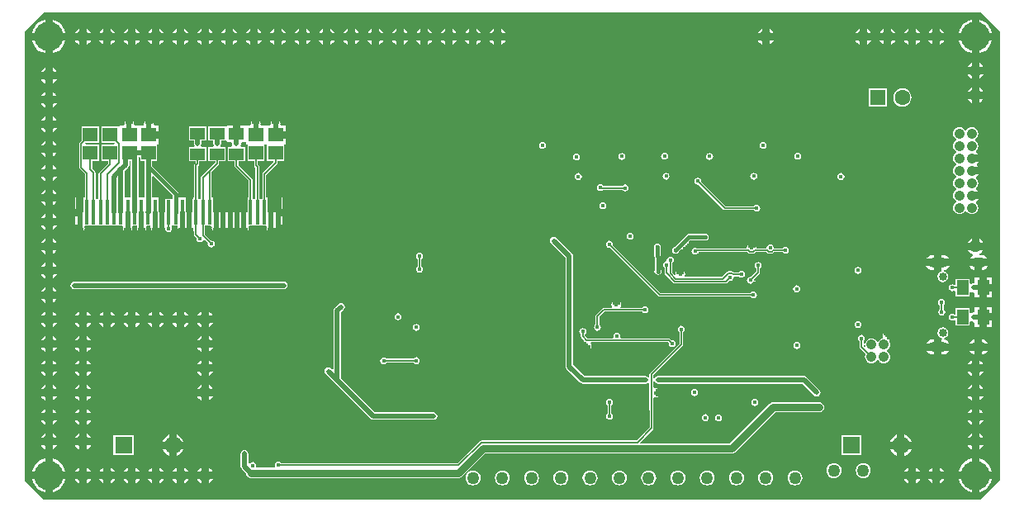
<source format=gbr>
%TF.GenerationSoftware,Altium Limited,Altium Designer,21.0.8 (223)*%
G04 Layer_Physical_Order=4*
G04 Layer_Color=16711680*
%FSLAX45Y45*%
%MOMM*%
%TF.SameCoordinates,93EC2011-4169-4821-B187-25AADE7CFEA4*%
%TF.FilePolarity,Positive*%
%TF.FileFunction,Copper,L4,Bot,Signal*%
%TF.Part,Single*%
G01*
G75*
%TA.AperFunction,SMDPad,CuDef*%
%ADD11R,1.50000X1.20000*%
%ADD18R,1.20000X1.50000*%
%ADD20R,1.50000X1.45000*%
%TA.AperFunction,Conductor*%
%ADD38C,0.76200*%
%ADD39C,0.15240*%
%ADD40C,0.50800*%
%ADD41C,0.12700*%
%ADD42C,0.38100*%
%TA.AperFunction,ComponentPad*%
%ADD44R,1.60000X1.60000*%
%ADD45C,1.60000*%
%ADD46C,1.05000*%
%TA.AperFunction,ViaPad*%
%ADD47C,3.00000*%
%TA.AperFunction,ComponentPad*%
%ADD48O,1.60000X1.00000*%
%ADD49O,2.10000X1.00000*%
%ADD50C,0.85000*%
%ADD51R,1.80000X1.80000*%
%ADD52C,1.80000*%
%ADD53O,22.00000X0.50000*%
%TA.AperFunction,ViaPad*%
%ADD54C,1.27000*%
%ADD55C,0.45000*%
%TA.AperFunction,SMDPad,CuDef*%
%ADD76R,0.40000X2.50000*%
G36*
X10000000Y4800000D02*
Y200000D01*
X9800000Y0D01*
X200000D01*
X0Y200000D01*
Y4800000D01*
X200000Y5000000D01*
X9800000D01*
X10000000Y4800000D01*
D02*
G37*
%LPC*%
G36*
X9788100Y4921735D02*
Y4788100D01*
X9921735D01*
X9912833Y4817447D01*
X9896545Y4847918D01*
X9874627Y4874627D01*
X9847919Y4896545D01*
X9817447Y4912832D01*
X9788100Y4921735D01*
D02*
G37*
G36*
X9711900D02*
X9682553Y4912832D01*
X9652082Y4896545D01*
X9625373Y4874627D01*
X9603455Y4847918D01*
X9587168Y4817447D01*
X9578265Y4788100D01*
X9711900D01*
Y4921735D01*
D02*
G37*
G36*
X9388100Y4830443D02*
Y4788100D01*
X9430443D01*
X9427654Y4794833D01*
X9413404Y4813404D01*
X9394834Y4827654D01*
X9388100Y4830443D01*
D02*
G37*
G36*
X9311900D02*
X9305167Y4827654D01*
X9286596Y4813404D01*
X9272346Y4794833D01*
X9269557Y4788100D01*
X9311900D01*
Y4830443D01*
D02*
G37*
G36*
X9138100D02*
Y4788100D01*
X9180443D01*
X9177654Y4794833D01*
X9163404Y4813404D01*
X9144834Y4827654D01*
X9138100Y4830443D01*
D02*
G37*
G36*
X9061900D02*
X9055167Y4827654D01*
X9036596Y4813404D01*
X9022346Y4794833D01*
X9019557Y4788100D01*
X9061900D01*
Y4830443D01*
D02*
G37*
G36*
X8888100D02*
Y4788100D01*
X8930443D01*
X8927654Y4794833D01*
X8913404Y4813404D01*
X8894834Y4827654D01*
X8888100Y4830443D01*
D02*
G37*
G36*
X8811900D02*
X8805167Y4827654D01*
X8786596Y4813404D01*
X8772346Y4794833D01*
X8769557Y4788100D01*
X8811900D01*
Y4830443D01*
D02*
G37*
G36*
X8638100D02*
Y4788100D01*
X8680443D01*
X8677654Y4794833D01*
X8663404Y4813404D01*
X8644834Y4827654D01*
X8638100Y4830443D01*
D02*
G37*
G36*
X8561900D02*
X8555167Y4827654D01*
X8536596Y4813404D01*
X8522346Y4794833D01*
X8519557Y4788100D01*
X8561900D01*
Y4830443D01*
D02*
G37*
G36*
X7638100D02*
Y4788100D01*
X7680443D01*
X7677654Y4794833D01*
X7663404Y4813404D01*
X7644833Y4827654D01*
X7638100Y4830443D01*
D02*
G37*
G36*
X7561900D02*
X7555166Y4827654D01*
X7536596Y4813404D01*
X7522346Y4794833D01*
X7519557Y4788100D01*
X7561900D01*
Y4830443D01*
D02*
G37*
G36*
X4888100D02*
Y4788100D01*
X4930443D01*
X4927654Y4794833D01*
X4913404Y4813404D01*
X4894833Y4827654D01*
X4888100Y4830443D01*
D02*
G37*
G36*
X4811900D02*
X4805166Y4827654D01*
X4786596Y4813404D01*
X4772346Y4794833D01*
X4769557Y4788100D01*
X4811900D01*
Y4830443D01*
D02*
G37*
G36*
X4638100D02*
Y4788100D01*
X4680443D01*
X4677654Y4794833D01*
X4663404Y4813404D01*
X4644833Y4827654D01*
X4638100Y4830443D01*
D02*
G37*
G36*
X4561900D02*
X4555166Y4827654D01*
X4536596Y4813404D01*
X4522346Y4794833D01*
X4519557Y4788100D01*
X4561900D01*
Y4830443D01*
D02*
G37*
G36*
X4388100D02*
Y4788100D01*
X4430443D01*
X4427654Y4794833D01*
X4413404Y4813404D01*
X4394833Y4827654D01*
X4388100Y4830443D01*
D02*
G37*
G36*
X4311900D02*
X4305166Y4827654D01*
X4286596Y4813404D01*
X4272346Y4794833D01*
X4269557Y4788100D01*
X4311900D01*
Y4830443D01*
D02*
G37*
G36*
X4138100D02*
Y4788100D01*
X4180443D01*
X4177654Y4794833D01*
X4163404Y4813404D01*
X4144833Y4827654D01*
X4138100Y4830443D01*
D02*
G37*
G36*
X4061900D02*
X4055166Y4827654D01*
X4036596Y4813404D01*
X4022346Y4794833D01*
X4019557Y4788100D01*
X4061900D01*
Y4830443D01*
D02*
G37*
G36*
X3888100D02*
Y4788100D01*
X3930443D01*
X3927654Y4794833D01*
X3913404Y4813404D01*
X3894833Y4827654D01*
X3888100Y4830443D01*
D02*
G37*
G36*
X3811900D02*
X3805166Y4827654D01*
X3786596Y4813404D01*
X3772346Y4794833D01*
X3769557Y4788100D01*
X3811900D01*
Y4830443D01*
D02*
G37*
G36*
X3638100D02*
Y4788100D01*
X3680443D01*
X3677654Y4794833D01*
X3663404Y4813404D01*
X3644833Y4827654D01*
X3638100Y4830443D01*
D02*
G37*
G36*
X3561900D02*
X3555166Y4827654D01*
X3536596Y4813404D01*
X3522346Y4794833D01*
X3519557Y4788100D01*
X3561900D01*
Y4830443D01*
D02*
G37*
G36*
X3388100D02*
Y4788100D01*
X3430443D01*
X3427654Y4794833D01*
X3413404Y4813404D01*
X3394833Y4827654D01*
X3388100Y4830443D01*
D02*
G37*
G36*
X3311900D02*
X3305166Y4827654D01*
X3286596Y4813404D01*
X3272346Y4794833D01*
X3269557Y4788100D01*
X3311900D01*
Y4830443D01*
D02*
G37*
G36*
X3138100D02*
Y4788100D01*
X3180443D01*
X3177654Y4794833D01*
X3163404Y4813404D01*
X3144833Y4827654D01*
X3138100Y4830443D01*
D02*
G37*
G36*
X3061900D02*
X3055166Y4827654D01*
X3036596Y4813404D01*
X3022346Y4794833D01*
X3019557Y4788100D01*
X3061900D01*
Y4830443D01*
D02*
G37*
G36*
X2888100D02*
Y4788100D01*
X2930443D01*
X2927654Y4794833D01*
X2913404Y4813404D01*
X2894833Y4827654D01*
X2888100Y4830443D01*
D02*
G37*
G36*
X2811900D02*
X2805166Y4827654D01*
X2786596Y4813404D01*
X2772346Y4794833D01*
X2769557Y4788100D01*
X2811900D01*
Y4830443D01*
D02*
G37*
G36*
X2638100D02*
Y4788100D01*
X2680443D01*
X2677654Y4794833D01*
X2663404Y4813404D01*
X2644833Y4827654D01*
X2638100Y4830443D01*
D02*
G37*
G36*
X2561900D02*
X2555166Y4827654D01*
X2536596Y4813404D01*
X2522346Y4794833D01*
X2519557Y4788100D01*
X2561900D01*
Y4830443D01*
D02*
G37*
G36*
X2388100D02*
Y4788100D01*
X2430443D01*
X2427654Y4794833D01*
X2413404Y4813404D01*
X2394834Y4827654D01*
X2388100Y4830443D01*
D02*
G37*
G36*
X2311900D02*
X2305167Y4827654D01*
X2286596Y4813404D01*
X2272346Y4794833D01*
X2269557Y4788100D01*
X2311900D01*
Y4830443D01*
D02*
G37*
G36*
X2138100D02*
Y4788100D01*
X2180443D01*
X2177654Y4794833D01*
X2163404Y4813404D01*
X2144834Y4827654D01*
X2138100Y4830443D01*
D02*
G37*
G36*
X2061900D02*
X2055167Y4827654D01*
X2036596Y4813404D01*
X2022346Y4794833D01*
X2019557Y4788100D01*
X2061900D01*
Y4830443D01*
D02*
G37*
G36*
X1888100D02*
Y4788100D01*
X1930443D01*
X1927654Y4794833D01*
X1913404Y4813404D01*
X1894834Y4827654D01*
X1888100Y4830443D01*
D02*
G37*
G36*
X1811900D02*
X1805167Y4827654D01*
X1786596Y4813404D01*
X1772346Y4794833D01*
X1769557Y4788100D01*
X1811900D01*
Y4830443D01*
D02*
G37*
G36*
X1638100D02*
Y4788100D01*
X1680443D01*
X1677654Y4794833D01*
X1663404Y4813404D01*
X1644834Y4827654D01*
X1638100Y4830443D01*
D02*
G37*
G36*
X1561900D02*
X1555167Y4827654D01*
X1536596Y4813404D01*
X1522346Y4794833D01*
X1519557Y4788100D01*
X1561900D01*
Y4830443D01*
D02*
G37*
G36*
X1388100D02*
Y4788100D01*
X1430443D01*
X1427654Y4794833D01*
X1413404Y4813404D01*
X1394834Y4827654D01*
X1388100Y4830443D01*
D02*
G37*
G36*
X1311900D02*
X1305167Y4827654D01*
X1286596Y4813404D01*
X1272346Y4794833D01*
X1269557Y4788100D01*
X1311900D01*
Y4830443D01*
D02*
G37*
G36*
X1138100D02*
Y4788100D01*
X1180443D01*
X1177654Y4794833D01*
X1163404Y4813404D01*
X1144834Y4827654D01*
X1138100Y4830443D01*
D02*
G37*
G36*
X1061900D02*
X1055167Y4827654D01*
X1036596Y4813404D01*
X1022346Y4794833D01*
X1019557Y4788100D01*
X1061900D01*
Y4830443D01*
D02*
G37*
G36*
X888100D02*
Y4788100D01*
X930443D01*
X927654Y4794833D01*
X913404Y4813404D01*
X894834Y4827654D01*
X888100Y4830443D01*
D02*
G37*
G36*
X811900D02*
X805167Y4827654D01*
X786596Y4813404D01*
X772346Y4794833D01*
X769557Y4788100D01*
X811900D01*
Y4830443D01*
D02*
G37*
G36*
X638100D02*
Y4788100D01*
X680443D01*
X677654Y4794833D01*
X663404Y4813404D01*
X644834Y4827654D01*
X638100Y4830443D01*
D02*
G37*
G36*
X561900D02*
X555167Y4827654D01*
X536596Y4813404D01*
X522346Y4794833D01*
X519557Y4788100D01*
X561900D01*
Y4830443D01*
D02*
G37*
G36*
X288100Y4921735D02*
Y4788100D01*
X421735D01*
X412833Y4817447D01*
X396545Y4847918D01*
X374627Y4874627D01*
X347919Y4896545D01*
X317447Y4912832D01*
X288100Y4921735D01*
D02*
G37*
G36*
X211900D02*
X182553Y4912832D01*
X152081Y4896545D01*
X125373Y4874627D01*
X103455Y4847918D01*
X87167Y4817447D01*
X78265Y4788100D01*
X211900D01*
Y4921735D01*
D02*
G37*
G36*
X9430443Y4711900D02*
X9388100D01*
Y4669557D01*
X9394834Y4672346D01*
X9413404Y4686596D01*
X9427654Y4705166D01*
X9430443Y4711900D01*
D02*
G37*
G36*
X9311900D02*
X9269557D01*
X9272346Y4705166D01*
X9286596Y4686596D01*
X9305167Y4672346D01*
X9311900Y4669557D01*
Y4711900D01*
D02*
G37*
G36*
X9180443D02*
X9138100D01*
Y4669557D01*
X9144834Y4672346D01*
X9163404Y4686596D01*
X9177654Y4705166D01*
X9180443Y4711900D01*
D02*
G37*
G36*
X9061900D02*
X9019557D01*
X9022346Y4705166D01*
X9036596Y4686596D01*
X9055167Y4672346D01*
X9061900Y4669557D01*
Y4711900D01*
D02*
G37*
G36*
X8930443D02*
X8888100D01*
Y4669557D01*
X8894834Y4672346D01*
X8913404Y4686596D01*
X8927654Y4705166D01*
X8930443Y4711900D01*
D02*
G37*
G36*
X8811900D02*
X8769557D01*
X8772346Y4705166D01*
X8786596Y4686596D01*
X8805167Y4672346D01*
X8811900Y4669557D01*
Y4711900D01*
D02*
G37*
G36*
X8680443D02*
X8638100D01*
Y4669557D01*
X8644834Y4672346D01*
X8663404Y4686596D01*
X8677654Y4705166D01*
X8680443Y4711900D01*
D02*
G37*
G36*
X8561900D02*
X8519557D01*
X8522346Y4705166D01*
X8536596Y4686596D01*
X8555167Y4672346D01*
X8561900Y4669557D01*
Y4711900D01*
D02*
G37*
G36*
X7680443D02*
X7638100D01*
Y4669557D01*
X7644833Y4672346D01*
X7663404Y4686596D01*
X7677654Y4705166D01*
X7680443Y4711900D01*
D02*
G37*
G36*
X7561900D02*
X7519557D01*
X7522346Y4705166D01*
X7536596Y4686596D01*
X7555166Y4672346D01*
X7561900Y4669557D01*
Y4711900D01*
D02*
G37*
G36*
X4930443D02*
X4888100D01*
Y4669557D01*
X4894833Y4672346D01*
X4913404Y4686596D01*
X4927654Y4705166D01*
X4930443Y4711900D01*
D02*
G37*
G36*
X4811900D02*
X4769557D01*
X4772346Y4705166D01*
X4786596Y4686596D01*
X4805166Y4672346D01*
X4811900Y4669557D01*
Y4711900D01*
D02*
G37*
G36*
X4680443D02*
X4638100D01*
Y4669557D01*
X4644833Y4672346D01*
X4663404Y4686596D01*
X4677654Y4705166D01*
X4680443Y4711900D01*
D02*
G37*
G36*
X4561900D02*
X4519557D01*
X4522346Y4705166D01*
X4536596Y4686596D01*
X4555166Y4672346D01*
X4561900Y4669557D01*
Y4711900D01*
D02*
G37*
G36*
X4430443D02*
X4388100D01*
Y4669557D01*
X4394833Y4672346D01*
X4413404Y4686596D01*
X4427654Y4705166D01*
X4430443Y4711900D01*
D02*
G37*
G36*
X4311900D02*
X4269557D01*
X4272346Y4705166D01*
X4286596Y4686596D01*
X4305166Y4672346D01*
X4311900Y4669557D01*
Y4711900D01*
D02*
G37*
G36*
X4180443D02*
X4138100D01*
Y4669557D01*
X4144833Y4672346D01*
X4163404Y4686596D01*
X4177654Y4705166D01*
X4180443Y4711900D01*
D02*
G37*
G36*
X4061900D02*
X4019557D01*
X4022346Y4705166D01*
X4036596Y4686596D01*
X4055166Y4672346D01*
X4061900Y4669557D01*
Y4711900D01*
D02*
G37*
G36*
X3930443D02*
X3888100D01*
Y4669557D01*
X3894833Y4672346D01*
X3913404Y4686596D01*
X3927654Y4705166D01*
X3930443Y4711900D01*
D02*
G37*
G36*
X3811900D02*
X3769557D01*
X3772346Y4705166D01*
X3786596Y4686596D01*
X3805166Y4672346D01*
X3811900Y4669557D01*
Y4711900D01*
D02*
G37*
G36*
X3680443D02*
X3638100D01*
Y4669557D01*
X3644833Y4672346D01*
X3663404Y4686596D01*
X3677654Y4705166D01*
X3680443Y4711900D01*
D02*
G37*
G36*
X3561900D02*
X3519557D01*
X3522346Y4705166D01*
X3536596Y4686596D01*
X3555166Y4672346D01*
X3561900Y4669557D01*
Y4711900D01*
D02*
G37*
G36*
X3430443D02*
X3388100D01*
Y4669557D01*
X3394833Y4672346D01*
X3413404Y4686596D01*
X3427654Y4705166D01*
X3430443Y4711900D01*
D02*
G37*
G36*
X3311900D02*
X3269557D01*
X3272346Y4705166D01*
X3286596Y4686596D01*
X3305166Y4672346D01*
X3311900Y4669557D01*
Y4711900D01*
D02*
G37*
G36*
X3180443D02*
X3138100D01*
Y4669557D01*
X3144833Y4672346D01*
X3163404Y4686596D01*
X3177654Y4705166D01*
X3180443Y4711900D01*
D02*
G37*
G36*
X3061900D02*
X3019557D01*
X3022346Y4705166D01*
X3036596Y4686596D01*
X3055166Y4672346D01*
X3061900Y4669557D01*
Y4711900D01*
D02*
G37*
G36*
X2930443D02*
X2888100D01*
Y4669557D01*
X2894833Y4672346D01*
X2913404Y4686596D01*
X2927654Y4705166D01*
X2930443Y4711900D01*
D02*
G37*
G36*
X2811900D02*
X2769557D01*
X2772346Y4705166D01*
X2786596Y4686596D01*
X2805166Y4672346D01*
X2811900Y4669557D01*
Y4711900D01*
D02*
G37*
G36*
X2680443D02*
X2638100D01*
Y4669557D01*
X2644833Y4672346D01*
X2663404Y4686596D01*
X2677654Y4705166D01*
X2680443Y4711900D01*
D02*
G37*
G36*
X2561900D02*
X2519557D01*
X2522346Y4705166D01*
X2536596Y4686596D01*
X2555166Y4672346D01*
X2561900Y4669557D01*
Y4711900D01*
D02*
G37*
G36*
X2430443D02*
X2388100D01*
Y4669557D01*
X2394834Y4672346D01*
X2413404Y4686596D01*
X2427654Y4705166D01*
X2430443Y4711900D01*
D02*
G37*
G36*
X2311900D02*
X2269557D01*
X2272346Y4705166D01*
X2286596Y4686596D01*
X2305167Y4672346D01*
X2311900Y4669557D01*
Y4711900D01*
D02*
G37*
G36*
X2180443D02*
X2138100D01*
Y4669557D01*
X2144834Y4672346D01*
X2163404Y4686596D01*
X2177654Y4705166D01*
X2180443Y4711900D01*
D02*
G37*
G36*
X2061900D02*
X2019557D01*
X2022346Y4705166D01*
X2036596Y4686596D01*
X2055167Y4672346D01*
X2061900Y4669557D01*
Y4711900D01*
D02*
G37*
G36*
X1930443D02*
X1888100D01*
Y4669557D01*
X1894834Y4672346D01*
X1913404Y4686596D01*
X1927654Y4705166D01*
X1930443Y4711900D01*
D02*
G37*
G36*
X1811900D02*
X1769557D01*
X1772346Y4705166D01*
X1786596Y4686596D01*
X1805167Y4672346D01*
X1811900Y4669557D01*
Y4711900D01*
D02*
G37*
G36*
X1680443D02*
X1638100D01*
Y4669557D01*
X1644834Y4672346D01*
X1663404Y4686596D01*
X1677654Y4705166D01*
X1680443Y4711900D01*
D02*
G37*
G36*
X1561900D02*
X1519557D01*
X1522346Y4705166D01*
X1536596Y4686596D01*
X1555167Y4672346D01*
X1561900Y4669557D01*
Y4711900D01*
D02*
G37*
G36*
X1430443D02*
X1388100D01*
Y4669557D01*
X1394834Y4672346D01*
X1413404Y4686596D01*
X1427654Y4705166D01*
X1430443Y4711900D01*
D02*
G37*
G36*
X1311900D02*
X1269557D01*
X1272346Y4705166D01*
X1286596Y4686596D01*
X1305167Y4672346D01*
X1311900Y4669557D01*
Y4711900D01*
D02*
G37*
G36*
X1180443D02*
X1138100D01*
Y4669557D01*
X1144834Y4672346D01*
X1163404Y4686596D01*
X1177654Y4705166D01*
X1180443Y4711900D01*
D02*
G37*
G36*
X1061900D02*
X1019557D01*
X1022346Y4705166D01*
X1036596Y4686596D01*
X1055167Y4672346D01*
X1061900Y4669557D01*
Y4711900D01*
D02*
G37*
G36*
X930443D02*
X888100D01*
Y4669557D01*
X894834Y4672346D01*
X913404Y4686596D01*
X927654Y4705166D01*
X930443Y4711900D01*
D02*
G37*
G36*
X811900D02*
X769557D01*
X772346Y4705166D01*
X786596Y4686596D01*
X805167Y4672346D01*
X811900Y4669557D01*
Y4711900D01*
D02*
G37*
G36*
X680443D02*
X638100D01*
Y4669557D01*
X644834Y4672346D01*
X663404Y4686596D01*
X677654Y4705166D01*
X680443Y4711900D01*
D02*
G37*
G36*
X561900D02*
X519557D01*
X522346Y4705166D01*
X536596Y4686596D01*
X555167Y4672346D01*
X561900Y4669557D01*
Y4711900D01*
D02*
G37*
G36*
X9921735D02*
X9788100D01*
Y4578265D01*
X9817447Y4587167D01*
X9847919Y4603455D01*
X9874627Y4625373D01*
X9896545Y4652081D01*
X9912833Y4682552D01*
X9921735Y4711900D01*
D02*
G37*
G36*
X9711900D02*
X9578265D01*
X9587168Y4682552D01*
X9603455Y4652081D01*
X9625373Y4625373D01*
X9652082Y4603455D01*
X9682553Y4587167D01*
X9711900Y4578265D01*
Y4711900D01*
D02*
G37*
G36*
X421735D02*
X288100D01*
Y4578265D01*
X317447Y4587167D01*
X347919Y4603455D01*
X374627Y4625373D01*
X396545Y4652081D01*
X412833Y4682552D01*
X421735Y4711900D01*
D02*
G37*
G36*
X211900D02*
X78265D01*
X87167Y4682552D01*
X103455Y4652081D01*
X125373Y4625373D01*
X152081Y4603455D01*
X182553Y4587167D01*
X211900Y4578265D01*
Y4711900D01*
D02*
G37*
G36*
X9788100Y4480443D02*
Y4438100D01*
X9830443D01*
X9827654Y4444834D01*
X9813404Y4463404D01*
X9794834Y4477654D01*
X9788100Y4480443D01*
D02*
G37*
G36*
X9711900D02*
X9705167Y4477654D01*
X9686596Y4463404D01*
X9672346Y4444834D01*
X9669557Y4438100D01*
X9711900D01*
Y4480443D01*
D02*
G37*
G36*
X288100Y4430443D02*
Y4388100D01*
X330443D01*
X327654Y4394833D01*
X313404Y4413404D01*
X294834Y4427654D01*
X288100Y4430443D01*
D02*
G37*
G36*
X211900D02*
X205166Y4427654D01*
X186596Y4413404D01*
X172346Y4394833D01*
X169557Y4388100D01*
X211900D01*
Y4430443D01*
D02*
G37*
G36*
X9830443Y4361900D02*
X9788100D01*
Y4319557D01*
X9794834Y4322346D01*
X9813404Y4336596D01*
X9827654Y4355167D01*
X9830443Y4361900D01*
D02*
G37*
G36*
X9711900D02*
X9669557D01*
X9672346Y4355167D01*
X9686596Y4336596D01*
X9705167Y4322346D01*
X9711900Y4319557D01*
Y4361900D01*
D02*
G37*
G36*
X330443Y4311900D02*
X288100D01*
Y4269557D01*
X294834Y4272346D01*
X313404Y4286596D01*
X327654Y4305166D01*
X330443Y4311900D01*
D02*
G37*
G36*
X211900D02*
X169557D01*
X172346Y4305166D01*
X186596Y4286596D01*
X205166Y4272346D01*
X211900Y4269557D01*
Y4311900D01*
D02*
G37*
G36*
X9788100Y4230443D02*
Y4188100D01*
X9830443D01*
X9827654Y4194834D01*
X9813404Y4213404D01*
X9794834Y4227654D01*
X9788100Y4230443D01*
D02*
G37*
G36*
X9711900D02*
X9705167Y4227654D01*
X9686596Y4213404D01*
X9672346Y4194834D01*
X9669557Y4188100D01*
X9711900D01*
Y4230443D01*
D02*
G37*
G36*
X288100Y4180443D02*
Y4138100D01*
X330443D01*
X327654Y4144833D01*
X313404Y4163404D01*
X294834Y4177654D01*
X288100Y4180443D01*
D02*
G37*
G36*
X211900D02*
X205166Y4177654D01*
X186596Y4163404D01*
X172346Y4144833D01*
X169557Y4138100D01*
X211900D01*
Y4180443D01*
D02*
G37*
G36*
X9830443Y4111900D02*
X9788100D01*
Y4069557D01*
X9794834Y4072346D01*
X9813404Y4086596D01*
X9827654Y4105167D01*
X9830443Y4111900D01*
D02*
G37*
G36*
X9711900D02*
X9669557D01*
X9672346Y4105167D01*
X9686596Y4086596D01*
X9705167Y4072346D01*
X9711900Y4069557D01*
Y4111900D01*
D02*
G37*
G36*
X8840700Y4217700D02*
X8655300D01*
Y4032300D01*
X8840700D01*
Y4217700D01*
D02*
G37*
G36*
X9002000Y4218500D02*
X8977800Y4215314D01*
X8955250Y4205973D01*
X8935886Y4191114D01*
X8921027Y4171750D01*
X8911686Y4149199D01*
X8908500Y4125000D01*
X8911686Y4100800D01*
X8921027Y4078250D01*
X8935886Y4058886D01*
X8955250Y4044027D01*
X8977800Y4034686D01*
X9002000Y4031500D01*
X9026200Y4034686D01*
X9048750Y4044027D01*
X9068114Y4058886D01*
X9082973Y4078250D01*
X9092314Y4100800D01*
X9095500Y4125000D01*
X9092314Y4149199D01*
X9082973Y4171750D01*
X9068114Y4191114D01*
X9048750Y4205973D01*
X9026200Y4215314D01*
X9002000Y4218500D01*
D02*
G37*
G36*
X330443Y4061900D02*
X288100D01*
Y4019557D01*
X294834Y4022346D01*
X313404Y4036596D01*
X327654Y4055166D01*
X330443Y4061900D01*
D02*
G37*
G36*
X211900D02*
X169557D01*
X172346Y4055166D01*
X186596Y4036596D01*
X205166Y4022346D01*
X211900Y4019557D01*
Y4061900D01*
D02*
G37*
G36*
X288100Y3930443D02*
Y3888100D01*
X330443D01*
X327654Y3894833D01*
X313404Y3913404D01*
X294834Y3927654D01*
X288100Y3930443D01*
D02*
G37*
G36*
X211900D02*
X205166Y3927654D01*
X186596Y3913404D01*
X172346Y3894833D01*
X169557Y3888100D01*
X211900D01*
Y3930443D01*
D02*
G37*
G36*
X2613660Y3884917D02*
Y3855720D01*
X2537460D01*
Y3884917D01*
X2530439Y3874410D01*
X2526722Y3855720D01*
X2527816Y3850217D01*
X2519759Y3840400D01*
X2428161D01*
X2420104Y3850217D01*
X2421198Y3855720D01*
X2417481Y3874410D01*
X2410460Y3884917D01*
Y3855720D01*
X2334260D01*
Y3884917D01*
X2327239Y3874410D01*
X2323522Y3855720D01*
X2324616Y3850217D01*
X2316559Y3840400D01*
X2213100D01*
Y3755000D01*
X2136900D01*
Y3840400D01*
X2074600D01*
Y3829631D01*
X2062700Y3827700D01*
Y3827700D01*
X1887300D01*
Y3682300D01*
X1937273D01*
Y3652520D01*
X1940231Y3637654D01*
X1945078Y3630400D01*
X1938534Y3617700D01*
X1887300D01*
Y3472300D01*
X1955577D01*
Y3456246D01*
X1885766Y3386434D01*
X1815766Y3316434D01*
X1811555Y3310133D01*
X1810077Y3302700D01*
Y3085300D01*
X1796800D01*
Y3085300D01*
X1792335D01*
X1779643Y3085647D01*
Y3420955D01*
X1788734Y3430046D01*
X1792945Y3436347D01*
X1794423Y3443780D01*
X1794423Y3443781D01*
Y3472300D01*
X1862700D01*
Y3617700D01*
X1813046D01*
X1806502Y3630400D01*
X1811349Y3637654D01*
X1814307Y3652520D01*
Y3682300D01*
X1862700D01*
Y3827700D01*
X1687300D01*
Y3682300D01*
X1736613D01*
Y3652520D01*
X1739571Y3637654D01*
X1744418Y3630400D01*
X1737874Y3617700D01*
X1687300D01*
Y3472300D01*
X1755577D01*
Y3451825D01*
X1746486Y3442734D01*
X1742275Y3436433D01*
X1740797Y3429000D01*
Y3108257D01*
X1734900Y3098000D01*
X1727600D01*
Y3085305D01*
X1726795D01*
Y2947600D01*
X1651400D01*
Y3098000D01*
X1581872D01*
Y3136800D01*
X1579408Y3149188D01*
X1572391Y3159690D01*
X1311096Y3420985D01*
Y3472300D01*
X1362700D01*
Y3642700D01*
X1374613Y3644600D01*
X1375400D01*
Y3704400D01*
X1275000D01*
Y3780600D01*
X1375400D01*
Y3840400D01*
X1330881D01*
X1322824Y3850217D01*
X1323918Y3855720D01*
X1320201Y3874410D01*
X1313180Y3884917D01*
Y3855720D01*
X1236980D01*
Y3884917D01*
X1229959Y3874410D01*
X1226242Y3855720D01*
X1227336Y3850217D01*
X1219279Y3840400D01*
X1130221D01*
X1122164Y3850217D01*
X1123258Y3855720D01*
X1119541Y3874410D01*
X1112520Y3884917D01*
Y3855720D01*
X1036320D01*
Y3884917D01*
X1029299Y3874410D01*
X1025582Y3855720D01*
X1026676Y3850217D01*
X1018619Y3840400D01*
X974600D01*
Y3829631D01*
X962699Y3827700D01*
Y3827700D01*
X787300D01*
Y3657300D01*
X924172D01*
X925441Y3655400D01*
X918652Y3642700D01*
X787300D01*
Y3472300D01*
X855577D01*
Y3445905D01*
X765766Y3356094D01*
X761556Y3349793D01*
X760077Y3342360D01*
Y3094280D01*
X751097Y3085300D01*
X737904D01*
X728923Y3094280D01*
Y3351959D01*
X728923Y3351960D01*
X727445Y3359393D01*
X723234Y3365694D01*
X723234Y3365695D01*
X695063Y3393865D01*
Y3472300D01*
X762700D01*
Y3642700D01*
X631347D01*
X624559Y3655400D01*
X625828Y3657300D01*
X762700D01*
Y3827700D01*
X587300D01*
Y3684769D01*
X567216Y3664684D01*
X563005Y3658383D01*
X561527Y3650950D01*
Y3406850D01*
X563005Y3399417D01*
X567216Y3393116D01*
X620077Y3340255D01*
Y3108556D01*
X614900Y3098000D01*
X607600D01*
Y3085305D01*
X606795D01*
Y2947600D01*
X569500D01*
Y2909500D01*
X524100D01*
Y2824480D01*
X568960D01*
Y2786380D01*
X607060D01*
Y2757183D01*
X614081Y2767690D01*
X617798Y2786380D01*
X615646Y2797200D01*
X623032Y2809900D01*
X672200D01*
Y2809899D01*
X676801D01*
Y2809900D01*
X734100D01*
X742200Y2809900D01*
X754900Y2809900D01*
X812200D01*
Y2809899D01*
X816801D01*
Y2809900D01*
X882200D01*
X882200Y2809899D01*
X886801D01*
Y2809900D01*
X894900Y2809900D01*
X952200D01*
Y2809899D01*
X956801D01*
Y2809900D01*
X1003057D01*
X1003231Y2809823D01*
X1012494Y2797200D01*
X1010342Y2786380D01*
X1014059Y2767690D01*
X1021080Y2757183D01*
Y2786380D01*
X1097280D01*
Y2757183D01*
X1104301Y2767690D01*
X1108018Y2786380D01*
X1105866Y2797200D01*
X1113771Y2809900D01*
X1154100D01*
Y2797200D01*
X1154100D01*
X1152581Y2786380D01*
X1152835Y2785106D01*
X1156299Y2767690D01*
X1163320Y2757183D01*
Y2786380D01*
X1239520D01*
Y2757183D01*
X1246541Y2767690D01*
X1250258Y2786380D01*
X1248106Y2797200D01*
X1257369Y2809823D01*
X1257543Y2809900D01*
X1294100D01*
Y2797200D01*
X1294099Y2797200D01*
X1294821Y2786380D01*
X1295112Y2784919D01*
X1298539Y2767690D01*
X1305560Y2757183D01*
Y2786380D01*
X1443396D01*
X1442385Y2781300D01*
X1445118Y2767564D01*
X1447800Y2763549D01*
Y2753284D01*
X1452903Y2755922D01*
X1464546Y2748143D01*
X1478280Y2745411D01*
X1492014Y2748143D01*
X1503658Y2755922D01*
X1511437Y2767566D01*
X1514169Y2781300D01*
X1511437Y2795034D01*
X1509990Y2797200D01*
X1512200Y2809900D01*
X1516800D01*
Y2809900D01*
X1571078D01*
X1573834Y2797200D01*
X1571682Y2786380D01*
X1575399Y2767690D01*
X1582420Y2757183D01*
Y2786380D01*
X1727200D01*
Y2757183D01*
X1727377Y2757448D01*
X1740077Y2753595D01*
Y2715980D01*
X1741555Y2708547D01*
X1745766Y2702246D01*
X1763828Y2684184D01*
X1762431Y2677160D01*
X1765163Y2663426D01*
X1772942Y2651782D01*
X1784586Y2644003D01*
X1798320Y2641271D01*
X1812054Y2644003D01*
X1823698Y2651782D01*
X1830936Y2662615D01*
X1832010Y2663546D01*
X1845033Y2666478D01*
X1879766Y2631745D01*
X1878001Y2622867D01*
X1880733Y2609133D01*
X1888512Y2597490D01*
X1900156Y2589710D01*
X1913890Y2586978D01*
X1927624Y2589710D01*
X1939268Y2597490D01*
X1947047Y2609133D01*
X1949779Y2622867D01*
X1947047Y2636602D01*
X1939268Y2648245D01*
X1927624Y2656025D01*
X1913890Y2658757D01*
X1908720Y2657728D01*
X1848923Y2717525D01*
Y2809900D01*
X1862199D01*
Y2809899D01*
X1866800D01*
Y2809900D01*
X1912377D01*
X1912551Y2809823D01*
X1921814Y2797200D01*
X1919662Y2786380D01*
X1923379Y2767690D01*
X1930400Y2757183D01*
Y2786380D01*
X2288540D01*
Y2757183D01*
X2295561Y2767690D01*
X2299278Y2786380D01*
X2297126Y2797200D01*
X2306389Y2809823D01*
X2306563Y2809900D01*
X2352200Y2809900D01*
X2364900Y2809900D01*
X2414100D01*
X2422200Y2809900D01*
X2434900Y2809900D01*
X2475296D01*
X2483154Y2797200D01*
X2481002Y2786380D01*
X2484719Y2767690D01*
X2491740Y2757183D01*
Y2786380D01*
X2600960D01*
Y2824480D01*
X2644900D01*
Y2909500D01*
X2599500D01*
Y2947600D01*
X2492205D01*
Y3085305D01*
X2491400D01*
Y3098000D01*
X2484100D01*
X2478923Y3108556D01*
Y3330295D01*
X2589294Y3440666D01*
X2593505Y3446967D01*
X2594983Y3454400D01*
Y3472300D01*
X2662700D01*
X2662700Y3642700D01*
X2674613Y3644600D01*
X2675400D01*
Y3704400D01*
X2575000D01*
Y3780600D01*
X2675400D01*
Y3840400D01*
X2631361D01*
X2623304Y3850217D01*
X2624398Y3855720D01*
X2620681Y3874410D01*
X2613660Y3884917D01*
D02*
G37*
G36*
X9713500Y3821763D02*
X9696479Y3819522D01*
X9680619Y3812952D01*
X9666999Y3802501D01*
X9656971Y3789432D01*
X9650114Y3788404D01*
X9649886D01*
X9643029Y3789432D01*
X9633001Y3802501D01*
X9619381Y3812952D01*
X9603521Y3819522D01*
X9586500Y3821763D01*
X9569479Y3819522D01*
X9553619Y3812952D01*
X9539999Y3802501D01*
X9529548Y3788881D01*
X9522978Y3773021D01*
X9520737Y3756000D01*
X9522978Y3738980D01*
X9529548Y3723119D01*
X9539999Y3709499D01*
X9553068Y3699471D01*
X9554096Y3692614D01*
Y3692386D01*
X9553068Y3685530D01*
X9539999Y3675501D01*
X9529548Y3661881D01*
X9522978Y3646021D01*
X9520737Y3629000D01*
X9522978Y3611980D01*
X9529548Y3596119D01*
X9539999Y3582499D01*
X9553068Y3572471D01*
X9554096Y3565614D01*
Y3565386D01*
X9553068Y3558530D01*
X9539999Y3548501D01*
X9529548Y3534881D01*
X9522978Y3519021D01*
X9520737Y3502000D01*
X9522978Y3484980D01*
X9529548Y3469119D01*
X9539999Y3455499D01*
X9553068Y3445471D01*
X9554096Y3438614D01*
Y3438386D01*
X9553068Y3431530D01*
X9539999Y3421501D01*
X9529548Y3407881D01*
X9522978Y3392021D01*
X9520737Y3375000D01*
X9522978Y3357980D01*
X9529548Y3342119D01*
X9539999Y3328499D01*
X9553068Y3318471D01*
X9554096Y3311614D01*
Y3311386D01*
X9553068Y3304530D01*
X9539999Y3294501D01*
X9529548Y3280881D01*
X9522978Y3265021D01*
X9520737Y3248000D01*
X9522978Y3230980D01*
X9529548Y3215119D01*
X9539999Y3201499D01*
X9553068Y3191471D01*
X9554096Y3184614D01*
Y3184386D01*
X9553068Y3177530D01*
X9539999Y3167501D01*
X9529548Y3153881D01*
X9522978Y3138021D01*
X9520737Y3121000D01*
X9522978Y3103980D01*
X9529548Y3088119D01*
X9539999Y3074499D01*
X9553068Y3064471D01*
X9554096Y3057614D01*
Y3057386D01*
X9553068Y3050530D01*
X9539999Y3040501D01*
X9529548Y3026881D01*
X9522978Y3011021D01*
X9520737Y2994000D01*
X9522978Y2976980D01*
X9529548Y2961119D01*
X9539999Y2947499D01*
X9553619Y2937048D01*
X9569479Y2930478D01*
X9586500Y2928237D01*
X9603521Y2930478D01*
X9619381Y2937048D01*
X9633001Y2947499D01*
X9643029Y2960568D01*
X9649886Y2961596D01*
X9650114D01*
X9656971Y2960568D01*
X9666999Y2947499D01*
X9680619Y2937048D01*
X9696479Y2930478D01*
X9713500Y2928237D01*
X9730521Y2930478D01*
X9746381Y2937048D01*
X9760001Y2947499D01*
X9770452Y2961119D01*
X9777022Y2976980D01*
X9779263Y2994000D01*
X9777022Y3011021D01*
X9770452Y3026881D01*
X9760001Y3040501D01*
X9757838Y3042161D01*
X9758710Y3057500D01*
X9769059Y3065441D01*
X9781545Y3081714D01*
X9782037Y3082901D01*
X9713501D01*
Y3159101D01*
X9782037D01*
X9781545Y3160286D01*
X9769059Y3176559D01*
X9758710Y3184500D01*
X9757838Y3199839D01*
X9760001Y3201499D01*
X9770452Y3215119D01*
X9777022Y3230980D01*
X9779263Y3248000D01*
X9777022Y3265021D01*
X9770452Y3280881D01*
X9760001Y3294501D01*
X9757838Y3296161D01*
X9758710Y3311500D01*
X9769059Y3319441D01*
X9781545Y3335714D01*
X9782037Y3336901D01*
X9713501D01*
Y3413101D01*
X9782037D01*
X9781545Y3414286D01*
X9769120Y3430480D01*
X9766986Y3433373D01*
Y3443627D01*
X9769120Y3446520D01*
X9781545Y3462714D01*
X9782037Y3463901D01*
X9713501D01*
Y3540101D01*
X9782037D01*
X9781545Y3541286D01*
X9769059Y3557559D01*
X9758710Y3565500D01*
X9757838Y3580839D01*
X9760001Y3582499D01*
X9770452Y3596119D01*
X9777022Y3611980D01*
X9779263Y3629000D01*
X9777022Y3646021D01*
X9770452Y3661881D01*
X9760001Y3675501D01*
X9746932Y3685530D01*
X9745904Y3692386D01*
Y3692614D01*
X9746932Y3699471D01*
X9760001Y3709499D01*
X9770452Y3723119D01*
X9777022Y3738980D01*
X9779263Y3756000D01*
X9777022Y3773021D01*
X9770452Y3788881D01*
X9760001Y3802501D01*
X9746381Y3812952D01*
X9730521Y3819522D01*
X9713500Y3821763D01*
D02*
G37*
G36*
X330443Y3811900D02*
X288100D01*
Y3769557D01*
X294834Y3772346D01*
X313404Y3786596D01*
X327654Y3805166D01*
X330443Y3811900D01*
D02*
G37*
G36*
X211900D02*
X169557D01*
X172346Y3805166D01*
X186596Y3786596D01*
X205166Y3772346D01*
X211900Y3769557D01*
Y3811900D01*
D02*
G37*
G36*
X288100Y3680443D02*
Y3638100D01*
X330443D01*
X327654Y3644833D01*
X313404Y3663404D01*
X294834Y3677654D01*
X288100Y3680443D01*
D02*
G37*
G36*
X211900D02*
X205166Y3677654D01*
X186596Y3663404D01*
X172346Y3644833D01*
X169557Y3638100D01*
X211900D01*
Y3680443D01*
D02*
G37*
G36*
X7574280Y3668089D02*
X7560546Y3665357D01*
X7548902Y3657578D01*
X7541123Y3645934D01*
X7538391Y3632200D01*
X7541123Y3618466D01*
X7548902Y3606822D01*
X7560546Y3599043D01*
X7574280Y3596311D01*
X7588014Y3599043D01*
X7599658Y3606822D01*
X7607437Y3618466D01*
X7610169Y3632200D01*
X7607437Y3645934D01*
X7599658Y3657578D01*
X7588014Y3665357D01*
X7574280Y3668089D01*
D02*
G37*
G36*
X5311140D02*
X5297406Y3665357D01*
X5285762Y3657578D01*
X5277983Y3645934D01*
X5275251Y3632200D01*
X5277983Y3618466D01*
X5285762Y3606822D01*
X5297406Y3599043D01*
X5311140Y3596311D01*
X5324874Y3599043D01*
X5336518Y3606822D01*
X5344297Y3618466D01*
X5347029Y3632200D01*
X5344297Y3645934D01*
X5336518Y3657578D01*
X5324874Y3665357D01*
X5311140Y3668089D01*
D02*
G37*
G36*
X7929880Y3558869D02*
X7916146Y3556137D01*
X7906251Y3549526D01*
X7904480Y3552177D01*
Y3548333D01*
X7896718Y3536716D01*
X7893985Y3522980D01*
X7896718Y3509244D01*
X7904480Y3497627D01*
Y3493783D01*
X7906251Y3496434D01*
X7916146Y3489823D01*
X7929880Y3487091D01*
X7943614Y3489823D01*
X7955258Y3497602D01*
X7963037Y3509246D01*
X7965769Y3522980D01*
X7963037Y3536714D01*
X7955258Y3548358D01*
X7943614Y3556137D01*
X7929880Y3558869D01*
D02*
G37*
G36*
X6126480Y3556329D02*
X6112746Y3553597D01*
X6102851Y3546986D01*
X6101080Y3549637D01*
Y3545793D01*
X6093318Y3534176D01*
X6090585Y3520440D01*
X6093318Y3506704D01*
X6101080Y3495087D01*
Y3491243D01*
X6102851Y3493894D01*
X6112746Y3487283D01*
X6126480Y3484551D01*
X6140214Y3487283D01*
X6151858Y3495062D01*
X6159637Y3506706D01*
X6162369Y3520440D01*
X6159637Y3534174D01*
X6151858Y3545818D01*
X6140214Y3553597D01*
X6126480Y3556329D01*
D02*
G37*
G36*
X7025640D02*
X7011906Y3553597D01*
X7010600Y3552725D01*
X7000077Y3546080D01*
X7000075Y3546082D01*
X6997700Y3549637D01*
Y3541992D01*
X6992478Y3534176D01*
X6989745Y3520440D01*
X6992478Y3506704D01*
X6997700Y3498888D01*
Y3491243D01*
X7000075Y3494798D01*
X7000077Y3494800D01*
X7010600Y3488155D01*
X7011906Y3487283D01*
X7025640Y3484551D01*
X7039374Y3487283D01*
X7051018Y3495062D01*
X7058797Y3506706D01*
X7061529Y3520440D01*
X7058797Y3534174D01*
X7051018Y3545818D01*
X7039374Y3553597D01*
X7025640Y3556329D01*
D02*
G37*
G36*
X330443Y3561900D02*
X288100D01*
Y3519557D01*
X294834Y3522346D01*
X313404Y3536596D01*
X327654Y3555166D01*
X330443Y3561900D01*
D02*
G37*
G36*
X211900D02*
X169557D01*
X172346Y3555166D01*
X186596Y3536596D01*
X205166Y3522346D01*
X211900Y3519557D01*
Y3561900D01*
D02*
G37*
G36*
X6563360Y3558869D02*
X6549626Y3556137D01*
X6537982Y3548358D01*
X6530203Y3536714D01*
X6527471Y3522980D01*
X6530203Y3509246D01*
X6537982Y3497602D01*
X6549626Y3489823D01*
X6563360Y3487091D01*
X6577094Y3489823D01*
X6588738Y3497602D01*
X6596517Y3509246D01*
X6599249Y3522980D01*
X6596517Y3536714D01*
X6588738Y3548358D01*
X6577094Y3556137D01*
X6563360Y3558869D01*
D02*
G37*
G36*
X5661660Y3551249D02*
X5647926Y3548517D01*
X5636282Y3540738D01*
X5628503Y3529094D01*
X5625771Y3515360D01*
X5628503Y3501626D01*
X5636282Y3489982D01*
X5647926Y3482203D01*
X5661660Y3479471D01*
X5675394Y3482203D01*
X5687038Y3489982D01*
X5694817Y3501626D01*
X5697549Y3515360D01*
X5694817Y3529094D01*
X5687038Y3540738D01*
X5675394Y3548517D01*
X5661660Y3551249D01*
D02*
G37*
G36*
X288100Y3430443D02*
Y3388100D01*
X330443D01*
X327654Y3394833D01*
X313404Y3413404D01*
X294834Y3427654D01*
X288100Y3430443D01*
D02*
G37*
G36*
X211900D02*
X205166Y3427654D01*
X186596Y3413404D01*
X172346Y3394833D01*
X169557Y3388100D01*
X211900D01*
Y3430443D01*
D02*
G37*
G36*
X7477760Y3353129D02*
X7464026Y3350397D01*
X7452382Y3342618D01*
X7444603Y3330974D01*
X7441871Y3317240D01*
X7444603Y3303506D01*
X7452382Y3291862D01*
X7464026Y3284083D01*
X7477760Y3281351D01*
X7491494Y3284083D01*
X7503138Y3291862D01*
X7510917Y3303506D01*
X7513649Y3317240D01*
X7510917Y3330974D01*
X7503138Y3342618D01*
X7491494Y3350397D01*
X7477760Y3353129D01*
D02*
G37*
G36*
X6578600D02*
X6564866Y3350397D01*
X6553222Y3342618D01*
X6545443Y3330974D01*
X6542711Y3317240D01*
X6545443Y3303506D01*
X6553222Y3291862D01*
X6564866Y3284083D01*
X6578600Y3281351D01*
X6592334Y3284083D01*
X6603978Y3291862D01*
X6611757Y3303506D01*
X6614489Y3317240D01*
X6611757Y3330974D01*
X6603978Y3342618D01*
X6592334Y3350397D01*
X6578600Y3353129D01*
D02*
G37*
G36*
X8371840Y3350589D02*
X8358106Y3347857D01*
X8346462Y3340078D01*
X8338683Y3328434D01*
X8335951Y3314700D01*
X8338683Y3300966D01*
X8346462Y3289322D01*
X8358106Y3281543D01*
X8371840Y3278811D01*
X8385574Y3281543D01*
X8397218Y3289322D01*
X8404997Y3300966D01*
X8407729Y3314700D01*
X8404997Y3328434D01*
X8397218Y3340078D01*
X8385574Y3347857D01*
X8371840Y3350589D01*
D02*
G37*
G36*
X5679440D02*
X5665706Y3347857D01*
X5654062Y3340078D01*
X5646283Y3328434D01*
X5643551Y3314700D01*
X5646283Y3300966D01*
X5654062Y3289322D01*
X5665706Y3281543D01*
X5679440Y3278811D01*
X5693174Y3281543D01*
X5704818Y3289322D01*
X5712597Y3300966D01*
X5715329Y3314700D01*
X5712597Y3328434D01*
X5704818Y3340078D01*
X5693174Y3347857D01*
X5679440Y3350589D01*
D02*
G37*
G36*
X330443Y3311900D02*
X288100D01*
Y3269557D01*
X294834Y3272346D01*
X313404Y3286596D01*
X327654Y3305166D01*
X330443Y3311900D01*
D02*
G37*
G36*
X211900D02*
X169557D01*
X172346Y3305166D01*
X186596Y3286596D01*
X205166Y3272346D01*
X211900Y3269557D01*
Y3311900D01*
D02*
G37*
G36*
X5905500Y3236289D02*
X5891766Y3233557D01*
X5880122Y3225778D01*
X5872343Y3214134D01*
X5869611Y3200400D01*
X5872343Y3186666D01*
X5880122Y3175022D01*
X5891766Y3167243D01*
X5905500Y3164511D01*
X5919234Y3167243D01*
X5930878Y3175022D01*
X5933159Y3178437D01*
X6130144D01*
X6134122Y3172482D01*
X6145766Y3164703D01*
X6159500Y3161971D01*
X6173234Y3164703D01*
X6184878Y3172482D01*
X6192657Y3184126D01*
X6195389Y3197860D01*
X6192657Y3211594D01*
X6184878Y3223238D01*
X6173234Y3231017D01*
X6159500Y3233749D01*
X6145766Y3231017D01*
X6134122Y3223238D01*
X6130144Y3217283D01*
X5936554D01*
X5930878Y3225778D01*
X5919234Y3233557D01*
X5905500Y3236289D01*
D02*
G37*
G36*
X288100Y3180443D02*
Y3138100D01*
X330443D01*
X327654Y3144833D01*
X313404Y3163404D01*
X294834Y3177654D01*
X288100Y3180443D01*
D02*
G37*
G36*
X211900D02*
X205166Y3177654D01*
X186596Y3163404D01*
X172346Y3144833D01*
X169557Y3138100D01*
X211900D01*
Y3180443D01*
D02*
G37*
G36*
X330443Y3061900D02*
X288100D01*
Y3019557D01*
X294834Y3022346D01*
X313404Y3036596D01*
X327654Y3055166D01*
X330443Y3061900D01*
D02*
G37*
G36*
X211900D02*
X169557D01*
X172346Y3055166D01*
X186596Y3036596D01*
X205166Y3022346D01*
X211900Y3019557D01*
Y3061900D01*
D02*
G37*
G36*
X2637600Y3098000D02*
Y2985700D01*
X2644900D01*
Y3098000D01*
X2637600D01*
D02*
G37*
G36*
X531400D02*
X524100D01*
Y2985700D01*
X531400D01*
Y3098000D01*
D02*
G37*
G36*
X5930900Y3050869D02*
X5917166Y3048137D01*
X5905522Y3040358D01*
X5897743Y3028714D01*
X5895011Y3014980D01*
X5897743Y3001246D01*
X5905522Y2989602D01*
X5917166Y2981823D01*
X5930900Y2979091D01*
X5944634Y2981823D01*
X5956278Y2989602D01*
X5964057Y3001246D01*
X5966789Y3014980D01*
X5964057Y3028714D01*
X5956278Y3040358D01*
X5944634Y3048137D01*
X5930900Y3050869D01*
D02*
G37*
G36*
X6903720Y3302329D02*
X6889986Y3299597D01*
X6878342Y3291818D01*
X6870563Y3280174D01*
X6867831Y3266440D01*
X6870563Y3252706D01*
X6878342Y3241062D01*
X6889986Y3233283D01*
X6903720Y3230551D01*
X6910744Y3231948D01*
X7166846Y2975846D01*
X7173147Y2971635D01*
X7180580Y2970157D01*
X7180581Y2970157D01*
X7478884D01*
X7482862Y2964202D01*
X7494506Y2956423D01*
X7508240Y2953691D01*
X7521974Y2956423D01*
X7533618Y2964202D01*
X7541397Y2975846D01*
X7544129Y2989580D01*
X7541397Y3003314D01*
X7533618Y3014958D01*
X7521974Y3022737D01*
X7508240Y3025469D01*
X7494506Y3022737D01*
X7482862Y3014958D01*
X7478884Y3009003D01*
X7188625D01*
X6938212Y3259416D01*
X6939609Y3266440D01*
X6936877Y3280174D01*
X6929098Y3291818D01*
X6917454Y3299597D01*
X6903720Y3302329D01*
D02*
G37*
G36*
X288100Y2930443D02*
Y2888100D01*
X330443D01*
X327654Y2894833D01*
X313404Y2913404D01*
X294834Y2927654D01*
X288100Y2930443D01*
D02*
G37*
G36*
X211900D02*
X205166Y2927654D01*
X186596Y2913404D01*
X172346Y2894833D01*
X169557Y2888100D01*
X211900D01*
Y2930443D01*
D02*
G37*
G36*
X330443Y2811900D02*
X288100D01*
Y2769557D01*
X294834Y2772346D01*
X313404Y2786596D01*
X327654Y2805166D01*
X330443Y2811900D01*
D02*
G37*
G36*
X211900D02*
X169557D01*
X172346Y2805166D01*
X186596Y2786596D01*
X205166Y2772346D01*
X211900Y2769557D01*
Y2811900D01*
D02*
G37*
G36*
X6211240Y2738490D02*
X6197506Y2735758D01*
X6185862Y2727978D01*
X6178082Y2716334D01*
X6175350Y2702600D01*
X6178082Y2688866D01*
X6185862Y2677222D01*
X6197506Y2669443D01*
X6211240Y2666711D01*
X6224974Y2669443D01*
X6236617Y2677222D01*
X6244397Y2688866D01*
X6247129Y2702600D01*
X6244397Y2716334D01*
X6236617Y2727978D01*
X6224974Y2735758D01*
X6211240Y2738490D01*
D02*
G37*
G36*
X6982460Y2728289D02*
X6968726Y2725557D01*
X6967550Y2724772D01*
X6809740D01*
X6797352Y2722308D01*
X6786850Y2715290D01*
X6664042Y2592483D01*
X6662656Y2592207D01*
X6651012Y2584428D01*
X6643233Y2572784D01*
X6640501Y2559050D01*
X6643233Y2545316D01*
X6651012Y2533672D01*
X6662656Y2525893D01*
X6676390Y2523161D01*
X6690124Y2525893D01*
X6701768Y2533672D01*
X6709547Y2545316D01*
X6709823Y2546702D01*
X6734935Y2571814D01*
X6749384Y2568302D01*
X6753860Y2561603D01*
Y2590732D01*
X6753928Y2590800D01*
X6791960D01*
Y2628832D01*
X6792028Y2628900D01*
X6821157D01*
X6814458Y2633376D01*
X6810946Y2647825D01*
X6823149Y2660028D01*
X6967550D01*
X6968726Y2659243D01*
X6982460Y2656511D01*
X6996194Y2659243D01*
X7007838Y2667022D01*
X7015617Y2678666D01*
X7018349Y2692400D01*
X7015617Y2706134D01*
X7007838Y2717778D01*
X6996194Y2725557D01*
X6982460Y2728289D01*
D02*
G37*
G36*
X9788100Y2680443D02*
Y2638100D01*
X9830443D01*
X9827654Y2644833D01*
X9813404Y2663404D01*
X9794834Y2677654D01*
X9788100Y2680443D01*
D02*
G37*
G36*
X9711900D02*
X9705167Y2677654D01*
X9686596Y2663404D01*
X9672346Y2644833D01*
X9669557Y2638100D01*
X9711900D01*
Y2680443D01*
D02*
G37*
G36*
X288100D02*
Y2638100D01*
X330443D01*
X327654Y2644833D01*
X313404Y2663404D01*
X294834Y2677654D01*
X288100Y2680443D01*
D02*
G37*
G36*
X211900D02*
X205166Y2677654D01*
X186596Y2663404D01*
X172346Y2644833D01*
X169557Y2638100D01*
X211900D01*
Y2680443D01*
D02*
G37*
G36*
X7645400Y2621609D02*
X7631666Y2618877D01*
X7620022Y2611098D01*
X7612243Y2599454D01*
X7609511Y2585720D01*
X7602521Y2577203D01*
X7510728D01*
X7503738Y2585720D01*
X7500021Y2604410D01*
X7493000Y2614917D01*
Y2585720D01*
X7416800D01*
Y2614917D01*
X7409779Y2604410D01*
X7406062Y2585720D01*
X7399072Y2577203D01*
X6896500D01*
X6889405Y2581944D01*
X6875671Y2584676D01*
X6861936Y2581944D01*
X6850461Y2574276D01*
X6850454Y2574277D01*
X6850290Y2574168D01*
X6842509Y2562523D01*
X6841053Y2555205D01*
X6841058Y2555203D01*
X6839781Y2548786D01*
X6842513Y2535052D01*
X6850293Y2523409D01*
X6861936Y2515629D01*
X6875671Y2512897D01*
X6889405Y2515629D01*
X6901048Y2523409D01*
X6908828Y2535052D01*
X6909486Y2538357D01*
X7416034D01*
X7423955Y2530436D01*
X7430257Y2526225D01*
X7437689Y2524747D01*
X7472111D01*
X7479544Y2526225D01*
X7485845Y2530436D01*
X7493766Y2538357D01*
X7606534D01*
X7614455Y2530436D01*
X7620757Y2526225D01*
X7628189Y2524747D01*
X7662611D01*
X7670044Y2526225D01*
X7676345Y2530436D01*
X7684266Y2538357D01*
X7773524D01*
X7777502Y2532402D01*
X7789146Y2524623D01*
X7802880Y2521891D01*
X7816614Y2524623D01*
X7828258Y2532402D01*
X7836037Y2544046D01*
X7838769Y2557780D01*
X7836037Y2571514D01*
X7828258Y2583158D01*
X7816614Y2590937D01*
X7802880Y2593669D01*
X7789146Y2590937D01*
X7777502Y2583158D01*
X7773524Y2577203D01*
X7688279D01*
X7681289Y2585720D01*
X7678557Y2599454D01*
X7670778Y2611098D01*
X7659134Y2618877D01*
X7645400Y2621609D01*
D02*
G37*
G36*
X330443Y2561900D02*
X288100D01*
Y2519557D01*
X294834Y2522346D01*
X313404Y2536596D01*
X327654Y2555166D01*
X330443Y2561900D01*
D02*
G37*
G36*
X211900D02*
X169557D01*
X172346Y2555166D01*
X186596Y2536596D01*
X205166Y2522346D01*
X211900Y2519557D01*
Y2561900D01*
D02*
G37*
G36*
X9419000Y2508051D02*
X9402100D01*
Y2470100D01*
X9484804D01*
X9472776Y2485776D01*
X9457025Y2497862D01*
X9438683Y2505459D01*
X9419000Y2508051D01*
D02*
G37*
G36*
X9325900D02*
X9309000D01*
X9289316Y2505459D01*
X9270974Y2497862D01*
X9255224Y2485776D01*
X9243195Y2470100D01*
X9325900D01*
Y2508051D01*
D02*
G37*
G36*
X9830443Y2561900D02*
X9669557D01*
X9672346Y2555166D01*
X9686596Y2536596D01*
X9705167Y2522346D01*
X9722532Y2515153D01*
X9723132Y2501655D01*
X9713975Y2497862D01*
X9698224Y2485776D01*
X9686196Y2470100D01*
X9782000D01*
X9877804D01*
X9865776Y2485776D01*
X9850025Y2497862D01*
X9831683Y2505459D01*
X9812000Y2508051D01*
X9793508D01*
X9790982Y2520751D01*
X9794834Y2522346D01*
X9813404Y2536596D01*
X9827654Y2555166D01*
X9830443Y2561900D01*
D02*
G37*
G36*
X288100Y2430443D02*
Y2388100D01*
X330443D01*
X327654Y2394834D01*
X313404Y2413404D01*
X294834Y2427654D01*
X288100Y2430443D01*
D02*
G37*
G36*
X211900D02*
X205166Y2427654D01*
X186596Y2413404D01*
X172346Y2394834D01*
X169557Y2388100D01*
X211900D01*
Y2430443D01*
D02*
G37*
G36*
X9877804Y2393900D02*
X9820100D01*
Y2357016D01*
X9831683Y2358541D01*
X9850025Y2366138D01*
X9865776Y2378224D01*
X9877804Y2393900D01*
D02*
G37*
G36*
X9743900D02*
X9686196D01*
X9698224Y2378224D01*
X9713975Y2366138D01*
X9732317Y2358541D01*
X9743900Y2357016D01*
Y2393900D01*
D02*
G37*
G36*
X9325900Y2393900D02*
X9243195D01*
X9255224Y2378224D01*
X9270974Y2366138D01*
X9289316Y2358541D01*
X9309000Y2355949D01*
X9325900D01*
Y2393900D01*
D02*
G37*
G36*
X4050539Y2534488D02*
X4036804Y2531756D01*
X4025161Y2523976D01*
X4017381Y2512333D01*
X4014649Y2498599D01*
X4017381Y2484864D01*
X4025161Y2473221D01*
X4030861Y2469412D01*
Y2395536D01*
X4024652Y2391388D01*
X4016873Y2379744D01*
X4014141Y2366010D01*
X4016873Y2352276D01*
X4024652Y2340632D01*
X4036296Y2332853D01*
X4050030Y2330121D01*
X4063764Y2332853D01*
X4075408Y2340632D01*
X4083187Y2352276D01*
X4085919Y2366010D01*
X4083187Y2379744D01*
X4075408Y2391388D01*
X4069708Y2395196D01*
Y2469073D01*
X4075916Y2473221D01*
X4083696Y2484864D01*
X4086428Y2498599D01*
X4083696Y2512333D01*
X4075916Y2523976D01*
X4064273Y2531756D01*
X4050539Y2534488D01*
D02*
G37*
G36*
X8547100Y2387929D02*
X8533366Y2385197D01*
X8521722Y2377418D01*
X8513943Y2365774D01*
X8511211Y2352040D01*
X8513943Y2338306D01*
X8521722Y2326662D01*
X8533366Y2318883D01*
X8547100Y2316151D01*
X8560834Y2318883D01*
X8572478Y2326662D01*
X8580257Y2338306D01*
X8582989Y2352040D01*
X8580257Y2365774D01*
X8572478Y2377418D01*
X8560834Y2385197D01*
X8547100Y2387929D01*
D02*
G37*
G36*
X6489700Y2626689D02*
X6475966Y2623957D01*
X6464322Y2616178D01*
X6456543Y2604534D01*
X6453811Y2590800D01*
X6456543Y2577066D01*
X6457328Y2575890D01*
Y2497179D01*
X6459792Y2484791D01*
X6462408Y2480876D01*
Y2357823D01*
X6461623Y2356647D01*
X6458891Y2342913D01*
X6461623Y2329178D01*
X6469402Y2317535D01*
X6481046Y2309755D01*
X6494780Y2307023D01*
X6508514Y2309755D01*
X6520158Y2317535D01*
X6527937Y2329178D01*
X6530669Y2342913D01*
X6527937Y2356647D01*
X6527152Y2357823D01*
Y2492099D01*
X6524688Y2504488D01*
X6522072Y2508403D01*
Y2575890D01*
X6522857Y2577066D01*
X6525589Y2590800D01*
X6522857Y2604534D01*
X6515078Y2616178D01*
X6503434Y2623957D01*
X6489700Y2626689D01*
D02*
G37*
G36*
X7523480Y2438729D02*
X7509746Y2435997D01*
X7498102Y2428218D01*
X7490323Y2416574D01*
X7487591Y2402840D01*
X7490323Y2389106D01*
X7498102Y2377462D01*
X7504057Y2373484D01*
Y2339765D01*
X7449224Y2284932D01*
X7442200Y2286329D01*
X7428466Y2283597D01*
X7416822Y2275818D01*
X7409043Y2264174D01*
X7406311Y2250440D01*
X7409043Y2236706D01*
X7416822Y2225062D01*
X7428466Y2217283D01*
X7429837Y2217010D01*
X7429836Y2217005D01*
X7442200Y2214545D01*
X7455936Y2217278D01*
X7467581Y2225059D01*
X7475220Y2236491D01*
X7475362Y2236704D01*
X7475568Y2237740D01*
X7504417D01*
X7493910Y2244761D01*
X7482273Y2247075D01*
X7479591Y2260362D01*
X7537214Y2317986D01*
X7541425Y2324287D01*
X7542903Y2331720D01*
Y2373484D01*
X7548858Y2377462D01*
X7556637Y2389106D01*
X7559369Y2402840D01*
X7556637Y2416574D01*
X7548858Y2428218D01*
X7537214Y2435997D01*
X7523480Y2438729D01*
D02*
G37*
G36*
X6622140Y2494435D02*
X6608406Y2491703D01*
X6596762Y2483924D01*
X6588983Y2472280D01*
X6586250Y2458546D01*
X6586363Y2457981D01*
X6580907Y2446117D01*
X6576918Y2445323D01*
X6567173Y2443385D01*
X6555530Y2435605D01*
X6547750Y2423962D01*
X6545018Y2410227D01*
X6547750Y2396493D01*
X6555530Y2384850D01*
X6561484Y2380871D01*
Y2326873D01*
X6562963Y2319440D01*
X6567173Y2313139D01*
X6653765Y2226546D01*
X6653766Y2226546D01*
X6660067Y2222335D01*
X6667500Y2220857D01*
X7194374D01*
X7201808Y2222335D01*
X7208109Y2226546D01*
X7228901Y2247338D01*
X7235925Y2245941D01*
X7249659Y2248673D01*
X7261302Y2256452D01*
X7269082Y2268096D01*
X7271814Y2281830D01*
X7271791Y2281947D01*
X7279848Y2291764D01*
X7320149D01*
X7324127Y2285809D01*
X7335771Y2278030D01*
X7349505Y2275298D01*
X7363239Y2278030D01*
X7374883Y2285809D01*
X7382662Y2297453D01*
X7385394Y2311187D01*
X7382662Y2324921D01*
X7374883Y2336565D01*
X7363239Y2344345D01*
X7349505Y2347077D01*
X7335771Y2344345D01*
X7324127Y2336565D01*
X7320149Y2330610D01*
X7273374D01*
X7265240Y2338744D01*
X7258938Y2342955D01*
X7251505Y2344433D01*
X7220344D01*
X7212911Y2342955D01*
X7206610Y2338744D01*
X7152968Y2285103D01*
X6777102D01*
X6770279Y2297803D01*
X6773488Y2313940D01*
X6769771Y2332630D01*
X6762750Y2343137D01*
Y2313940D01*
X6686550D01*
Y2343137D01*
X6679529Y2332630D01*
X6675812Y2313940D01*
X6675966Y2313165D01*
X6664262Y2306908D01*
X6641881Y2329289D01*
Y2429402D01*
X6647518Y2433168D01*
X6655297Y2444812D01*
X6658029Y2458546D01*
X6655297Y2472280D01*
X6647518Y2483924D01*
X6635874Y2491703D01*
X6622140Y2494435D01*
D02*
G37*
G36*
X330443Y2311900D02*
X288100D01*
Y2269557D01*
X294834Y2272346D01*
X313404Y2286596D01*
X327654Y2305167D01*
X330443Y2311900D01*
D02*
G37*
G36*
X211900D02*
X169557D01*
X172346Y2305167D01*
X186596Y2286596D01*
X205166Y2272346D01*
X211900Y2269557D01*
Y2311900D01*
D02*
G37*
G36*
X9484804Y2393900D02*
X9402100D01*
Y2355949D01*
X9405532D01*
X9406783Y2343249D01*
X9395462Y2340997D01*
X9377203Y2328797D01*
X9365003Y2310538D01*
X9360718Y2289000D01*
X9365003Y2267462D01*
X9377203Y2249203D01*
X9395462Y2237003D01*
X9417000Y2232718D01*
X9438538Y2237003D01*
X9456797Y2249203D01*
X9468997Y2267462D01*
X9473282Y2289000D01*
X9468997Y2310538D01*
X9456797Y2328797D01*
X9438538Y2340997D01*
X9424276Y2343834D01*
X9424697Y2356699D01*
X9438683Y2358541D01*
X9457025Y2366138D01*
X9472776Y2378224D01*
X9484804Y2393900D01*
D02*
G37*
G36*
X9791900Y2275400D02*
X9744600D01*
Y2230331D01*
X9734783Y2222274D01*
X9730740Y2223078D01*
X9712050Y2219361D01*
X9705400Y2214917D01*
X9692700Y2221705D01*
Y2262700D01*
X9547300D01*
Y2210137D01*
X9534600Y2203371D01*
X9528574Y2207397D01*
X9514840Y2210129D01*
X9501106Y2207397D01*
X9489462Y2199618D01*
X9481683Y2187974D01*
X9478951Y2174240D01*
X9481683Y2160506D01*
X9489462Y2148862D01*
X9501106Y2141083D01*
X9514840Y2138351D01*
X9528574Y2141083D01*
X9534600Y2145109D01*
X9547300Y2138343D01*
Y2087300D01*
X9692700D01*
Y2126775D01*
X9705400Y2133563D01*
X9712050Y2129119D01*
X9730740Y2125402D01*
X9734783Y2126206D01*
X9744600Y2118149D01*
Y2074600D01*
X9791900D01*
Y2175000D01*
Y2275400D01*
D02*
G37*
G36*
X9915400D02*
X9868100D01*
Y2213100D01*
X9915400D01*
Y2275400D01*
D02*
G37*
G36*
X2659500Y2236038D02*
X509500D01*
X494790Y2233112D01*
X482320Y2224780D01*
X473988Y2212310D01*
X471062Y2197600D01*
X473988Y2182890D01*
X482320Y2170420D01*
X494790Y2162087D01*
X509500Y2159161D01*
X2659500D01*
X2674210Y2162087D01*
X2686680Y2170420D01*
X2695012Y2182890D01*
X2697938Y2197600D01*
X2695012Y2212310D01*
X2686680Y2224780D01*
X2674210Y2233112D01*
X2659500Y2236038D01*
D02*
G37*
G36*
X288100Y2180443D02*
Y2138100D01*
X330443D01*
X327654Y2144834D01*
X313404Y2163404D01*
X294834Y2177654D01*
X288100Y2180443D01*
D02*
G37*
G36*
X211900D02*
X205166Y2177654D01*
X186596Y2163404D01*
X172346Y2144834D01*
X169557Y2138100D01*
X211900D01*
Y2180443D01*
D02*
G37*
G36*
X7917180Y2199969D02*
X7903446Y2197237D01*
X7891802Y2189458D01*
X7884023Y2177814D01*
X7881291Y2164080D01*
X7884023Y2150346D01*
X7891802Y2138702D01*
X7903446Y2130923D01*
X7917180Y2128191D01*
X7930914Y2130923D01*
X7942558Y2138702D01*
X7950337Y2150346D01*
X7953069Y2164080D01*
X7950337Y2177814D01*
X7942558Y2189458D01*
X7930914Y2197237D01*
X7917180Y2199969D01*
D02*
G37*
G36*
X9915400Y2136900D02*
X9868100D01*
Y2074600D01*
X9915400D01*
Y2136900D01*
D02*
G37*
G36*
X5996940Y2656810D02*
X5983206Y2654077D01*
X5971562Y2646298D01*
X5963783Y2634654D01*
X5961051Y2620920D01*
X5963783Y2607186D01*
X5971562Y2595542D01*
X5983206Y2587763D01*
X5996940Y2585031D01*
X6003964Y2586428D01*
X6503546Y2086846D01*
X6509847Y2082635D01*
X6517280Y2081157D01*
X7445864D01*
X7449842Y2075202D01*
X7461486Y2067423D01*
X7475220Y2064691D01*
X7488954Y2067423D01*
X7500598Y2075202D01*
X7508377Y2086846D01*
X7511109Y2100580D01*
X7508377Y2114314D01*
X7500598Y2125958D01*
X7488954Y2133737D01*
X7475220Y2136469D01*
X7461486Y2133737D01*
X7449842Y2125958D01*
X7445864Y2120003D01*
X6525326D01*
X6031432Y2613896D01*
X6032829Y2620920D01*
X6030097Y2634654D01*
X6022318Y2646298D01*
X6010674Y2654077D01*
X5996940Y2656810D01*
D02*
G37*
G36*
X330443Y2061900D02*
X288100D01*
Y2019557D01*
X294834Y2022346D01*
X313404Y2036596D01*
X327654Y2055167D01*
X330443Y2061900D01*
D02*
G37*
G36*
X211900D02*
X169557D01*
X172346Y2055167D01*
X186596Y2036596D01*
X205166Y2022346D01*
X211900Y2019557D01*
Y2061900D01*
D02*
G37*
G36*
X6106160Y2030717D02*
Y2001520D01*
X6029960D01*
Y2030717D01*
X6022939Y2020210D01*
X6019222Y2001520D01*
X6022939Y1982830D01*
X6025630Y1978804D01*
X6019643Y1967603D01*
X5938520D01*
X5931087Y1966125D01*
X5924786Y1961914D01*
X5861266Y1898394D01*
X5857055Y1892093D01*
X5855577Y1884660D01*
Y1796856D01*
X5849622Y1792878D01*
X5841843Y1781234D01*
X5839110Y1767500D01*
X5841843Y1753766D01*
X5849622Y1742122D01*
X5861266Y1734342D01*
X5875000Y1731610D01*
X5888734Y1734342D01*
X5900378Y1742122D01*
X5908157Y1753766D01*
X5910889Y1767500D01*
X5908157Y1781234D01*
X5900378Y1792878D01*
X5894423Y1796856D01*
Y1876614D01*
X5946565Y1928757D01*
X6333344D01*
X6337322Y1922802D01*
X6348966Y1915023D01*
X6362700Y1912291D01*
X6376434Y1915023D01*
X6388078Y1922802D01*
X6395857Y1934446D01*
X6398589Y1948180D01*
X6395857Y1961914D01*
X6388078Y1973558D01*
X6376434Y1981337D01*
X6362700Y1984069D01*
X6348966Y1981337D01*
X6337322Y1973558D01*
X6333344Y1967603D01*
X6116477D01*
X6110490Y1978804D01*
X6113181Y1982830D01*
X6116898Y2001520D01*
X6113181Y2020210D01*
X6106160Y2030717D01*
D02*
G37*
G36*
X9791900Y1975400D02*
X9744600D01*
Y1928071D01*
X9734783Y1920014D01*
X9730740Y1920818D01*
X9712050Y1917101D01*
X9705400Y1912657D01*
X9692700Y1919445D01*
Y1962700D01*
X9547300D01*
Y1907877D01*
X9534600Y1901111D01*
X9528574Y1905137D01*
X9514840Y1907869D01*
X9501106Y1905137D01*
X9489462Y1897358D01*
X9481683Y1885714D01*
X9478951Y1871980D01*
X9481683Y1858246D01*
X9489462Y1846602D01*
X9501106Y1838823D01*
X9514840Y1836091D01*
X9528574Y1838823D01*
X9534600Y1842849D01*
X9547300Y1836083D01*
Y1787300D01*
X9692700D01*
Y1824515D01*
X9705400Y1831303D01*
X9712050Y1826859D01*
X9730740Y1823142D01*
X9734783Y1823946D01*
X9744600Y1815889D01*
Y1774600D01*
X9791900D01*
Y1875000D01*
Y1975400D01*
D02*
G37*
G36*
X9915400D02*
X9868100D01*
Y1913100D01*
X9915400D01*
Y1975400D01*
D02*
G37*
G36*
X9403440Y2060269D02*
X9389706Y2057537D01*
X9378062Y2049758D01*
X9370283Y2038114D01*
X9367550Y2024380D01*
X9370283Y2010646D01*
X9378062Y1999002D01*
X9384902Y1994432D01*
Y1953811D01*
X9380242Y1950698D01*
X9372463Y1939054D01*
X9369731Y1925320D01*
X9372463Y1911586D01*
X9380242Y1899942D01*
X9391886Y1892163D01*
X9405620Y1889431D01*
X9419354Y1892163D01*
X9430998Y1899942D01*
X9438777Y1911586D01*
X9441509Y1925320D01*
X9438777Y1939054D01*
X9430998Y1950698D01*
X9426338Y1953811D01*
Y1997346D01*
X9428818Y1999002D01*
X9436597Y2010646D01*
X9439329Y2024380D01*
X9436597Y2038114D01*
X9428818Y2049758D01*
X9417174Y2057537D01*
X9403440Y2060269D01*
D02*
G37*
G36*
X1888100Y1930443D02*
Y1888100D01*
X1930443D01*
X1927654Y1894834D01*
X1913404Y1913404D01*
X1894834Y1927654D01*
X1888100Y1930443D01*
D02*
G37*
G36*
X1811900D02*
X1805167Y1927654D01*
X1786596Y1913404D01*
X1772346Y1894834D01*
X1769557Y1888100D01*
X1811900D01*
Y1930443D01*
D02*
G37*
G36*
X1638100D02*
Y1888100D01*
X1680443D01*
X1677654Y1894834D01*
X1663404Y1913404D01*
X1644834Y1927654D01*
X1638100Y1930443D01*
D02*
G37*
G36*
X1561900D02*
X1555167Y1927654D01*
X1536596Y1913404D01*
X1522346Y1894834D01*
X1519557Y1888100D01*
X1561900D01*
Y1930443D01*
D02*
G37*
G36*
X1388100D02*
Y1888100D01*
X1430443D01*
X1427654Y1894834D01*
X1413404Y1913404D01*
X1394834Y1927654D01*
X1388100Y1930443D01*
D02*
G37*
G36*
X1311900D02*
X1305167Y1927654D01*
X1286596Y1913404D01*
X1272346Y1894834D01*
X1269557Y1888100D01*
X1311900D01*
Y1930443D01*
D02*
G37*
G36*
X1138100D02*
Y1888100D01*
X1180443D01*
X1177654Y1894834D01*
X1163404Y1913404D01*
X1144834Y1927654D01*
X1138100Y1930443D01*
D02*
G37*
G36*
X1061900D02*
X1055167Y1927654D01*
X1036596Y1913404D01*
X1022346Y1894834D01*
X1019557Y1888100D01*
X1061900D01*
Y1930443D01*
D02*
G37*
G36*
X888100D02*
Y1888100D01*
X930443D01*
X927654Y1894834D01*
X913404Y1913404D01*
X894834Y1927654D01*
X888100Y1930443D01*
D02*
G37*
G36*
X811900D02*
X805167Y1927654D01*
X786596Y1913404D01*
X772346Y1894834D01*
X769557Y1888100D01*
X811900D01*
Y1930443D01*
D02*
G37*
G36*
X638100D02*
Y1888100D01*
X680443D01*
X677654Y1894834D01*
X663404Y1913404D01*
X644834Y1927654D01*
X638100Y1930443D01*
D02*
G37*
G36*
X561900D02*
X555167Y1927654D01*
X536596Y1913404D01*
X522346Y1894834D01*
X519557Y1888100D01*
X561900D01*
Y1930443D01*
D02*
G37*
G36*
X288100D02*
Y1888100D01*
X330443D01*
X327654Y1894834D01*
X313404Y1913404D01*
X294834Y1927654D01*
X288100Y1930443D01*
D02*
G37*
G36*
X211900D02*
X205166Y1927654D01*
X186596Y1913404D01*
X172346Y1894834D01*
X169557Y1888100D01*
X211900D01*
Y1930443D01*
D02*
G37*
G36*
X3830320Y1912949D02*
X3816586Y1910217D01*
X3804942Y1902438D01*
X3797163Y1890794D01*
X3794431Y1877060D01*
X3797163Y1863326D01*
X3804942Y1851682D01*
X3816586Y1843903D01*
X3830320Y1841171D01*
X3844054Y1843903D01*
X3855698Y1851682D01*
X3863477Y1863326D01*
X3866209Y1877060D01*
X3863477Y1890794D01*
X3855698Y1902438D01*
X3844054Y1910217D01*
X3830320Y1912949D01*
D02*
G37*
G36*
X9915400Y1836900D02*
X9868100D01*
Y1774600D01*
X9915400D01*
Y1836900D01*
D02*
G37*
G36*
X1930443Y1811900D02*
X1888100D01*
Y1769557D01*
X1894834Y1772346D01*
X1913404Y1786596D01*
X1927654Y1805167D01*
X1930443Y1811900D01*
D02*
G37*
G36*
X1811900D02*
X1769557D01*
X1772346Y1805167D01*
X1786596Y1786596D01*
X1805167Y1772346D01*
X1811900Y1769557D01*
Y1811900D01*
D02*
G37*
G36*
X1680443D02*
X1638100D01*
Y1769557D01*
X1644834Y1772346D01*
X1663404Y1786596D01*
X1677654Y1805167D01*
X1680443Y1811900D01*
D02*
G37*
G36*
X1561900D02*
X1519557D01*
X1522346Y1805167D01*
X1536596Y1786596D01*
X1555167Y1772346D01*
X1561900Y1769557D01*
Y1811900D01*
D02*
G37*
G36*
X1430443D02*
X1388100D01*
Y1769557D01*
X1394834Y1772346D01*
X1413404Y1786596D01*
X1427654Y1805167D01*
X1430443Y1811900D01*
D02*
G37*
G36*
X1311900D02*
X1269557D01*
X1272346Y1805167D01*
X1286596Y1786596D01*
X1305167Y1772346D01*
X1311900Y1769557D01*
Y1811900D01*
D02*
G37*
G36*
X1180443D02*
X1138100D01*
Y1769557D01*
X1144834Y1772346D01*
X1163404Y1786596D01*
X1177654Y1805167D01*
X1180443Y1811900D01*
D02*
G37*
G36*
X1061900D02*
X1019557D01*
X1022346Y1805167D01*
X1036596Y1786596D01*
X1055167Y1772346D01*
X1061900Y1769557D01*
Y1811900D01*
D02*
G37*
G36*
X930443D02*
X888100D01*
Y1769557D01*
X894834Y1772346D01*
X913404Y1786596D01*
X927654Y1805167D01*
X930443Y1811900D01*
D02*
G37*
G36*
X811900D02*
X769557D01*
X772346Y1805167D01*
X786596Y1786596D01*
X805167Y1772346D01*
X811900Y1769557D01*
Y1811900D01*
D02*
G37*
G36*
X680443D02*
X638100D01*
Y1769557D01*
X644834Y1772346D01*
X663404Y1786596D01*
X677654Y1805167D01*
X680443Y1811900D01*
D02*
G37*
G36*
X561900D02*
X519557D01*
X522346Y1805167D01*
X536596Y1786596D01*
X555167Y1772346D01*
X561900Y1769557D01*
Y1811900D01*
D02*
G37*
G36*
X330443D02*
X288100D01*
Y1769557D01*
X294834Y1772346D01*
X313404Y1786596D01*
X327654Y1805167D01*
X330443Y1811900D01*
D02*
G37*
G36*
X211900D02*
X169557D01*
X172346Y1805167D01*
X186596Y1786596D01*
X205166Y1772346D01*
X211900Y1769557D01*
Y1811900D01*
D02*
G37*
G36*
X8547100Y1834209D02*
X8533366Y1831477D01*
X8521722Y1823698D01*
X8513943Y1812054D01*
X8511211Y1798320D01*
X8513943Y1784586D01*
X8521722Y1772942D01*
X8533366Y1765163D01*
X8547100Y1762431D01*
X8560834Y1765163D01*
X8572478Y1772942D01*
X8580257Y1784586D01*
X8582989Y1798320D01*
X8580257Y1812054D01*
X8572478Y1823698D01*
X8560834Y1831477D01*
X8547100Y1834209D01*
D02*
G37*
G36*
X4018280Y1803729D02*
X4004546Y1800997D01*
X3992902Y1793218D01*
X3985123Y1781574D01*
X3982391Y1767840D01*
X3985123Y1754106D01*
X3992902Y1742462D01*
X4004546Y1734683D01*
X4018280Y1731951D01*
X4032014Y1734683D01*
X4043658Y1742462D01*
X4051437Y1754106D01*
X4054169Y1767840D01*
X4051437Y1781574D01*
X4043658Y1793218D01*
X4032014Y1800997D01*
X4018280Y1803729D01*
D02*
G37*
G36*
X1888100Y1680443D02*
Y1638100D01*
X1930443D01*
X1927654Y1644834D01*
X1913404Y1663404D01*
X1894834Y1677654D01*
X1888100Y1680443D01*
D02*
G37*
G36*
X1811900D02*
X1805167Y1677654D01*
X1786596Y1663404D01*
X1772346Y1644834D01*
X1769557Y1638100D01*
X1811900D01*
Y1680443D01*
D02*
G37*
G36*
X638100D02*
Y1638100D01*
X680443D01*
X677654Y1644834D01*
X663404Y1663404D01*
X644834Y1677654D01*
X638100Y1680443D01*
D02*
G37*
G36*
X561900D02*
X555167Y1677654D01*
X536596Y1663404D01*
X522346Y1644834D01*
X519557Y1638100D01*
X561900D01*
Y1680443D01*
D02*
G37*
G36*
X288100D02*
Y1638100D01*
X330443D01*
X327654Y1644834D01*
X313404Y1663404D01*
X294834Y1677654D01*
X288100Y1680443D01*
D02*
G37*
G36*
X211900D02*
X205166Y1677654D01*
X186596Y1663404D01*
X172346Y1644834D01*
X169557Y1638100D01*
X211900D01*
Y1680443D01*
D02*
G37*
G36*
X8808720Y1713217D02*
X8801699Y1702710D01*
X8797982Y1684020D01*
X8801307Y1667302D01*
X8799866Y1661285D01*
X8796502Y1653860D01*
X8794239Y1653562D01*
X8778379Y1646992D01*
X8764759Y1636541D01*
X8754731Y1623472D01*
X8747874Y1622444D01*
X8747646D01*
X8740789Y1623472D01*
X8730761Y1636541D01*
X8717141Y1646992D01*
X8701281Y1653562D01*
X8684260Y1655803D01*
X8667239Y1653562D01*
X8651379Y1646992D01*
X8637759Y1636541D01*
X8627308Y1622921D01*
X8620738Y1607061D01*
X8618497Y1590040D01*
X8620738Y1573019D01*
X8621465Y1571264D01*
X8610699Y1564070D01*
X8602083Y1572685D01*
Y1626724D01*
X8608038Y1630702D01*
X8615817Y1642346D01*
X8618549Y1656080D01*
X8615817Y1669814D01*
X8608038Y1681458D01*
X8596394Y1689237D01*
X8582660Y1691969D01*
X8568926Y1689237D01*
X8557282Y1681458D01*
X8549503Y1669814D01*
X8546771Y1656080D01*
X8549503Y1642346D01*
X8557282Y1630702D01*
X8563237Y1626724D01*
Y1564640D01*
X8564715Y1557207D01*
X8568926Y1550906D01*
X8626313Y1493519D01*
X8620738Y1480061D01*
X8618497Y1463040D01*
X8620738Y1446019D01*
X8627308Y1430159D01*
X8637759Y1416539D01*
X8651379Y1406088D01*
X8667239Y1399518D01*
X8684260Y1397277D01*
X8701281Y1399518D01*
X8717141Y1406088D01*
X8730761Y1416539D01*
X8740789Y1429608D01*
X8747646Y1430636D01*
X8747874D01*
X8754731Y1429608D01*
X8764759Y1416539D01*
X8778379Y1406088D01*
X8794239Y1399518D01*
X8811260Y1397277D01*
X8828281Y1399518D01*
X8844141Y1406088D01*
X8857761Y1416539D01*
X8868212Y1430159D01*
X8874782Y1446019D01*
X8877023Y1463040D01*
X8874782Y1480061D01*
X8868212Y1495921D01*
X8857761Y1509541D01*
X8844692Y1519569D01*
X8843664Y1526426D01*
Y1526654D01*
X8844692Y1533511D01*
X8857761Y1543539D01*
X8868212Y1557159D01*
X8874782Y1573019D01*
X8877023Y1590040D01*
X8874782Y1607061D01*
X8868212Y1622921D01*
X8865838Y1626016D01*
X8865768Y1628769D01*
X8869774Y1641749D01*
X8876017Y1645920D01*
X8846820D01*
Y1684020D01*
X8808720D01*
Y1713217D01*
D02*
G37*
G36*
X9417000Y1767282D02*
X9395462Y1762997D01*
X9377203Y1750797D01*
X9365003Y1732538D01*
X9360718Y1711000D01*
X9365003Y1689462D01*
X9377203Y1671203D01*
X9395462Y1659003D01*
X9406783Y1656751D01*
X9405532Y1644051D01*
X9402100D01*
Y1606100D01*
X9484804D01*
X9472776Y1621776D01*
X9457025Y1633862D01*
X9438683Y1641460D01*
X9424697Y1643301D01*
X9424276Y1656166D01*
X9438538Y1659003D01*
X9456797Y1671203D01*
X9468997Y1689462D01*
X9473282Y1711000D01*
X9468997Y1732538D01*
X9456797Y1750797D01*
X9438538Y1762997D01*
X9417000Y1767282D01*
D02*
G37*
G36*
X9325900Y1644051D02*
X9309000D01*
X9289316Y1641460D01*
X9270974Y1633862D01*
X9255224Y1621776D01*
X9243195Y1606100D01*
X9325900D01*
Y1644051D01*
D02*
G37*
G36*
X9820100Y1642985D02*
Y1606100D01*
X9877804D01*
X9865776Y1621776D01*
X9850025Y1633862D01*
X9831683Y1641460D01*
X9820100Y1642985D01*
D02*
G37*
G36*
X9743900D02*
X9732317Y1641460D01*
X9713975Y1633862D01*
X9698224Y1621776D01*
X9686196Y1606100D01*
X9743900D01*
Y1642985D01*
D02*
G37*
G36*
X5725000Y1760890D02*
X5711266Y1758158D01*
X5699622Y1750378D01*
X5691843Y1738734D01*
X5689111Y1725000D01*
X5691843Y1711266D01*
X5699622Y1699622D01*
X5705577Y1695644D01*
Y1675000D01*
X5707055Y1667567D01*
X5711266Y1661266D01*
X5735666Y1636865D01*
X5734056Y1620520D01*
X5752298D01*
X5754564Y1619006D01*
X5757715Y1616900D01*
X5763260Y1615797D01*
Y1582420D01*
X5801360D01*
Y1553223D01*
X5808381Y1563730D01*
X5812098Y1582420D01*
X5808381Y1601110D01*
X5806298Y1604226D01*
X5812285Y1615427D01*
X6598977D01*
X6607369Y1606026D01*
X6606211Y1600200D01*
X6608943Y1586466D01*
X6616722Y1574822D01*
X6628366Y1567043D01*
X6642100Y1564311D01*
X6655834Y1567043D01*
X6667478Y1574822D01*
X6675257Y1586466D01*
X6677989Y1600200D01*
X6675257Y1613934D01*
X6667478Y1625578D01*
X6655834Y1633357D01*
X6642100Y1636089D01*
X6635076Y1634692D01*
X6621184Y1648584D01*
X6614883Y1652795D01*
X6607450Y1654273D01*
X6117341D01*
X6109694Y1666973D01*
X6111569Y1676400D01*
X6108837Y1690134D01*
X6101058Y1701778D01*
X6089414Y1709557D01*
X6075680Y1712289D01*
X6061946Y1709557D01*
X6050302Y1701778D01*
X6042523Y1690134D01*
X6039791Y1676400D01*
X6041666Y1666973D01*
X6034019Y1654273D01*
X5773195D01*
X5744423Y1683046D01*
Y1695644D01*
X5750378Y1699622D01*
X5758157Y1711266D01*
X5760889Y1725000D01*
X5758157Y1738734D01*
X5750378Y1750378D01*
X5738734Y1758158D01*
X5725000Y1760890D01*
D02*
G37*
G36*
X7919720Y1618309D02*
X7905986Y1615577D01*
X7894342Y1607798D01*
X7886563Y1596154D01*
X7883831Y1582420D01*
X7886563Y1568686D01*
X7894342Y1557042D01*
X7905986Y1549263D01*
X7919720Y1546531D01*
X7933454Y1549263D01*
X7945098Y1557042D01*
X7952877Y1568686D01*
X7955609Y1582420D01*
X7952877Y1596154D01*
X7945098Y1607798D01*
X7933454Y1615577D01*
X7919720Y1618309D01*
D02*
G37*
G36*
X1930443Y1561900D02*
X1888100D01*
Y1519557D01*
X1894834Y1522346D01*
X1913404Y1536596D01*
X1927654Y1555167D01*
X1930443Y1561900D01*
D02*
G37*
G36*
X1811900D02*
X1769557D01*
X1772346Y1555167D01*
X1786596Y1536596D01*
X1805167Y1522346D01*
X1811900Y1519557D01*
Y1561900D01*
D02*
G37*
G36*
X680443D02*
X638100D01*
Y1519557D01*
X644834Y1522346D01*
X663404Y1536596D01*
X677654Y1555167D01*
X680443Y1561900D01*
D02*
G37*
G36*
X561900D02*
X519557D01*
X522346Y1555167D01*
X536596Y1536596D01*
X555167Y1522346D01*
X561900Y1519557D01*
Y1561900D01*
D02*
G37*
G36*
X330443D02*
X288100D01*
Y1519557D01*
X294834Y1522346D01*
X313404Y1536596D01*
X327654Y1555167D01*
X330443Y1561900D01*
D02*
G37*
G36*
X211900D02*
X169557D01*
X172346Y1555167D01*
X186596Y1536596D01*
X205166Y1522346D01*
X211900Y1519557D01*
Y1561900D01*
D02*
G37*
G36*
X9877804Y1529900D02*
X9820100D01*
Y1493016D01*
X9831683Y1494541D01*
X9850025Y1502138D01*
X9865776Y1514224D01*
X9877804Y1529900D01*
D02*
G37*
G36*
X9743900D02*
X9686196D01*
X9698224Y1514224D01*
X9713975Y1502138D01*
X9732317Y1494541D01*
X9743900Y1493016D01*
Y1529900D01*
D02*
G37*
G36*
X9484804Y1529900D02*
X9402100D01*
Y1491950D01*
X9419000D01*
X9438683Y1494541D01*
X9457025Y1502138D01*
X9472776Y1514224D01*
X9484804Y1529900D01*
D02*
G37*
G36*
X9325900D02*
X9243195D01*
X9255224Y1514224D01*
X9270974Y1502138D01*
X9289316Y1494541D01*
X9309000Y1491950D01*
X9325900D01*
Y1529900D01*
D02*
G37*
G36*
X4018280Y1463369D02*
X4004546Y1460637D01*
X3992902Y1452858D01*
X3988162Y1445763D01*
X3712044D01*
X3708827Y1450578D01*
X3697184Y1458358D01*
X3683450Y1461090D01*
X3669716Y1458358D01*
X3658072Y1450578D01*
X3650292Y1438934D01*
X3647560Y1425200D01*
X3650292Y1411466D01*
X3658072Y1399822D01*
X3669716Y1392043D01*
X3683450Y1389311D01*
X3697184Y1392043D01*
X3708827Y1399822D01*
X3713568Y1406917D01*
X3989685D01*
X3992902Y1402102D01*
X4004546Y1394323D01*
X4018280Y1391591D01*
X4032014Y1394323D01*
X4043658Y1402102D01*
X4051437Y1413746D01*
X4054169Y1427480D01*
X4051437Y1441214D01*
X4043658Y1452858D01*
X4032014Y1460637D01*
X4018280Y1463369D01*
D02*
G37*
G36*
X9788100Y1430443D02*
Y1388100D01*
X9830443D01*
X9827654Y1394834D01*
X9813404Y1413404D01*
X9794834Y1427654D01*
X9788100Y1430443D01*
D02*
G37*
G36*
X9711900D02*
X9705167Y1427654D01*
X9686596Y1413404D01*
X9672346Y1394834D01*
X9669557Y1388100D01*
X9711900D01*
Y1430443D01*
D02*
G37*
G36*
X1888100D02*
Y1388100D01*
X1930443D01*
X1927654Y1394834D01*
X1913404Y1413404D01*
X1894834Y1427654D01*
X1888100Y1430443D01*
D02*
G37*
G36*
X1811900D02*
X1805167Y1427654D01*
X1786596Y1413404D01*
X1772346Y1394834D01*
X1769557Y1388100D01*
X1811900D01*
Y1430443D01*
D02*
G37*
G36*
X638100D02*
Y1388100D01*
X680443D01*
X677654Y1394834D01*
X663404Y1413404D01*
X644834Y1427654D01*
X638100Y1430443D01*
D02*
G37*
G36*
X561900D02*
X555167Y1427654D01*
X536596Y1413404D01*
X522346Y1394834D01*
X519557Y1388100D01*
X561900D01*
Y1430443D01*
D02*
G37*
G36*
X288100D02*
Y1388100D01*
X330443D01*
X327654Y1394834D01*
X313404Y1413404D01*
X294834Y1427654D01*
X288100Y1430443D01*
D02*
G37*
G36*
X211900D02*
X205166Y1427654D01*
X186596Y1413404D01*
X172346Y1394834D01*
X169557Y1388100D01*
X211900D01*
Y1430443D01*
D02*
G37*
G36*
X3246120Y2017507D02*
X3231254Y2014549D01*
X3218651Y2006129D01*
X3178011Y1965489D01*
X3169591Y1952886D01*
X3166633Y1938020D01*
Y1339737D01*
X3154900Y1334877D01*
X3144049Y1345729D01*
X3131446Y1354149D01*
X3116580Y1357107D01*
X3116183D01*
X3101317Y1354149D01*
X3088715Y1345729D01*
X3080294Y1333126D01*
X3077337Y1318260D01*
X3080294Y1303394D01*
X3088715Y1290791D01*
X3089910Y1289993D01*
X3134831Y1245071D01*
X3134832Y1245071D01*
X3178011Y1201891D01*
X3548851Y831051D01*
X3561454Y822631D01*
X3576320Y819673D01*
X4196080D01*
X4210946Y822631D01*
X4223549Y831051D01*
X4231969Y843654D01*
X4234927Y858520D01*
X4231969Y873386D01*
X4223549Y885989D01*
X4210946Y894409D01*
X4196080Y897367D01*
X3592411D01*
X3244327Y1245451D01*
Y1921929D01*
X3273589Y1951191D01*
X3282009Y1963794D01*
X3284967Y1978660D01*
X3282009Y1993526D01*
X3273589Y2006129D01*
X3260986Y2014549D01*
X3246120Y2017507D01*
D02*
G37*
G36*
X9830443Y1311900D02*
X9788100D01*
Y1269557D01*
X9794834Y1272346D01*
X9813404Y1286596D01*
X9827654Y1305167D01*
X9830443Y1311900D01*
D02*
G37*
G36*
X9711900D02*
X9669557D01*
X9672346Y1305167D01*
X9686596Y1286596D01*
X9705167Y1272346D01*
X9711900Y1269557D01*
Y1311900D01*
D02*
G37*
G36*
X1930443D02*
X1888100D01*
Y1269557D01*
X1894834Y1272346D01*
X1913404Y1286596D01*
X1927654Y1305167D01*
X1930443Y1311900D01*
D02*
G37*
G36*
X1811900D02*
X1769557D01*
X1772346Y1305167D01*
X1786596Y1286596D01*
X1805167Y1272346D01*
X1811900Y1269557D01*
Y1311900D01*
D02*
G37*
G36*
X680443D02*
X638100D01*
Y1269557D01*
X644834Y1272346D01*
X663404Y1286596D01*
X677654Y1305167D01*
X680443Y1311900D01*
D02*
G37*
G36*
X561900D02*
X519557D01*
X522346Y1305167D01*
X536596Y1286596D01*
X555167Y1272346D01*
X561900Y1269557D01*
Y1311900D01*
D02*
G37*
G36*
X330443D02*
X288100D01*
Y1269557D01*
X294834Y1272346D01*
X313404Y1286596D01*
X327654Y1305167D01*
X330443Y1311900D01*
D02*
G37*
G36*
X211900D02*
X169557D01*
X172346Y1305167D01*
X186596Y1286596D01*
X205166Y1272346D01*
X211900Y1269557D01*
Y1311900D01*
D02*
G37*
G36*
X9788100Y1180443D02*
Y1138100D01*
X9830443D01*
X9827654Y1144834D01*
X9813404Y1163404D01*
X9794834Y1177654D01*
X9788100Y1180443D01*
D02*
G37*
G36*
X9711900D02*
X9705167Y1177654D01*
X9686596Y1163404D01*
X9672346Y1144834D01*
X9669557Y1138100D01*
X9711900D01*
Y1180443D01*
D02*
G37*
G36*
X1888100D02*
Y1138100D01*
X1930443D01*
X1927654Y1144834D01*
X1913404Y1163404D01*
X1894834Y1177654D01*
X1888100Y1180443D01*
D02*
G37*
G36*
X1811900D02*
X1805167Y1177654D01*
X1786596Y1163404D01*
X1772346Y1144834D01*
X1769557Y1138100D01*
X1811900D01*
Y1180443D01*
D02*
G37*
G36*
X638100D02*
Y1138100D01*
X680443D01*
X677654Y1144834D01*
X663404Y1163404D01*
X644834Y1177654D01*
X638100Y1180443D01*
D02*
G37*
G36*
X561900D02*
X555167Y1177654D01*
X536596Y1163404D01*
X522346Y1144834D01*
X519557Y1138100D01*
X561900D01*
Y1180443D01*
D02*
G37*
G36*
X288100D02*
Y1138100D01*
X330443D01*
X327654Y1144834D01*
X313404Y1163404D01*
X294834Y1177654D01*
X288100Y1180443D01*
D02*
G37*
G36*
X211900D02*
X205166Y1177654D01*
X186596Y1163404D01*
X172346Y1144834D01*
X169557Y1138100D01*
X211900D01*
Y1180443D01*
D02*
G37*
G36*
X6870700Y1135709D02*
X6856966Y1132977D01*
X6845322Y1125198D01*
X6837543Y1113554D01*
X6834811Y1099820D01*
X6837543Y1086086D01*
X6845322Y1074442D01*
X6856966Y1066663D01*
X6870700Y1063931D01*
X6884434Y1066663D01*
X6896078Y1074442D01*
X6903857Y1086086D01*
X6906589Y1099820D01*
X6903857Y1113554D01*
X6896078Y1125198D01*
X6884434Y1132977D01*
X6870700Y1135709D01*
D02*
G37*
G36*
X5427980Y2693147D02*
X5413114Y2690189D01*
X5400511Y2681769D01*
X5392091Y2669166D01*
X5389133Y2654300D01*
X5392091Y2639434D01*
X5400511Y2626831D01*
X5547883Y2479459D01*
Y1367790D01*
X5550841Y1352924D01*
X5559261Y1340321D01*
X5697691Y1201891D01*
X5710294Y1193471D01*
X5725160Y1190513D01*
X6367780D01*
X6382646Y1193471D01*
X6395249Y1201891D01*
X6395707Y1202577D01*
X6408407Y1198725D01*
Y927270D01*
X6409885Y919837D01*
X6411857Y916887D01*
Y744645D01*
X6275915Y608703D01*
X4683458D01*
X4676025Y607225D01*
X4669723Y603014D01*
X4669723Y603014D01*
X4441732Y375023D01*
X2635396D01*
X2631418Y380978D01*
X2619774Y388757D01*
X2606040Y391489D01*
X2592306Y388757D01*
X2580662Y380978D01*
X2572883Y369334D01*
X2570151Y355600D01*
X2572883Y341866D01*
X2573224Y341355D01*
X2566435Y328655D01*
X2381536D01*
X2375441Y341355D01*
X2377769Y353060D01*
X2375037Y366794D01*
X2367258Y378438D01*
X2355614Y386217D01*
X2341880Y388949D01*
X2328146Y386217D01*
X2316502Y378438D01*
X2312303Y372152D01*
X2298215Y368175D01*
X2296104Y368453D01*
X2294367Y369727D01*
Y472440D01*
X2291409Y487306D01*
X2282989Y499909D01*
X2282469Y500429D01*
X2269866Y508849D01*
X2255000Y511806D01*
X2240134Y508849D01*
X2227531Y500429D01*
X2219111Y487826D01*
X2216154Y472960D01*
X2216673Y470346D01*
Y342900D01*
X2219631Y328034D01*
X2228051Y315431D01*
X2270545Y272938D01*
X2273707Y257039D01*
X2284935Y240235D01*
X2301739Y229007D01*
X2321560Y225065D01*
X4451860D01*
X4471681Y229007D01*
X4488485Y240235D01*
X4721454Y473205D01*
X7250000D01*
X7269821Y477147D01*
X7286625Y488375D01*
X7696454Y898205D01*
X8150000D01*
X8169821Y902147D01*
X8186625Y913375D01*
X8197853Y930179D01*
X8201795Y950000D01*
X8197853Y969821D01*
X8186625Y986625D01*
X8169821Y997852D01*
X8150000Y1001795D01*
X7675000D01*
X7655179Y997852D01*
X7638375Y986625D01*
X7228546Y576795D01*
X6315537D01*
X6310677Y588528D01*
X6445014Y722866D01*
X6449225Y729167D01*
X6450703Y736600D01*
Y923820D01*
X6449225Y931253D01*
X6447253Y934204D01*
Y1040344D01*
X6459953Y1050317D01*
X6469380Y1048442D01*
X6488070Y1052159D01*
X6498577Y1059180D01*
X6469380D01*
Y1135380D01*
X6498577D01*
X6488070Y1142401D01*
X6469380Y1146118D01*
X6459953Y1144243D01*
X6447253Y1154216D01*
Y1210791D01*
X6453822Y1212881D01*
X6459953Y1212904D01*
X6467311Y1201891D01*
X6479914Y1193471D01*
X6494780Y1190513D01*
X7979549D01*
X8097531Y1072532D01*
X8110134Y1064111D01*
X8125000Y1061154D01*
X8139866Y1064111D01*
X8152469Y1072532D01*
X8160889Y1085134D01*
X8163847Y1100000D01*
X8160889Y1114866D01*
X8152469Y1127469D01*
X8023109Y1256829D01*
X8010506Y1265249D01*
X7995640Y1268207D01*
X6494780D01*
X6479914Y1265249D01*
X6467311Y1256829D01*
X6459953Y1245816D01*
X6453822Y1245839D01*
X6447253Y1247929D01*
Y1278824D01*
X6747274Y1578845D01*
X6747274Y1578846D01*
X6751485Y1585147D01*
X6752963Y1592580D01*
Y1720704D01*
X6758918Y1724682D01*
X6766697Y1736326D01*
X6769429Y1750060D01*
X6766697Y1763794D01*
X6758918Y1775438D01*
X6747274Y1783217D01*
X6733540Y1785949D01*
X6719806Y1783217D01*
X6708162Y1775438D01*
X6700383Y1763794D01*
X6697651Y1750060D01*
X6700383Y1736326D01*
X6708162Y1724682D01*
X6714117Y1720704D01*
Y1600625D01*
X6414096Y1300604D01*
X6409885Y1294303D01*
X6408407Y1286870D01*
Y1259995D01*
X6395707Y1256143D01*
X6395249Y1256829D01*
X6382646Y1265249D01*
X6367780Y1268207D01*
X5741251D01*
X5625577Y1383881D01*
Y2495550D01*
X5622619Y2510416D01*
X5614199Y2523019D01*
X5455449Y2681769D01*
X5442846Y2690189D01*
X5427980Y2693147D01*
D02*
G37*
G36*
X1930443Y1061900D02*
X1888100D01*
Y1019557D01*
X1894834Y1022346D01*
X1913404Y1036596D01*
X1927654Y1055167D01*
X1930443Y1061900D01*
D02*
G37*
G36*
X1811900D02*
X1769557D01*
X1772346Y1055167D01*
X1786596Y1036596D01*
X1805167Y1022346D01*
X1811900Y1019557D01*
Y1061900D01*
D02*
G37*
G36*
X680443D02*
X638100D01*
Y1019557D01*
X644834Y1022346D01*
X663404Y1036596D01*
X677654Y1055167D01*
X680443Y1061900D01*
D02*
G37*
G36*
X561900D02*
X519557D01*
X522346Y1055167D01*
X536596Y1036596D01*
X555167Y1022346D01*
X561900Y1019557D01*
Y1061900D01*
D02*
G37*
G36*
X330443D02*
X288100D01*
Y1019557D01*
X294834Y1022346D01*
X313404Y1036596D01*
X327654Y1055167D01*
X330443Y1061900D01*
D02*
G37*
G36*
X211900D02*
X169557D01*
X172346Y1055167D01*
X186596Y1036596D01*
X205166Y1022346D01*
X211900Y1019557D01*
Y1061900D01*
D02*
G37*
G36*
X9830443D02*
X9788100D01*
Y1019557D01*
X9794834Y1022346D01*
X9813404Y1036596D01*
X9827654Y1055167D01*
X9830443Y1061900D01*
D02*
G37*
G36*
X9711900D02*
X9669557D01*
X9672346Y1055167D01*
X9686596Y1036596D01*
X9705167Y1022346D01*
X9711900Y1019557D01*
Y1061900D01*
D02*
G37*
G36*
X7487920Y1034109D02*
X7474186Y1031377D01*
X7462542Y1023598D01*
X7454763Y1011954D01*
X7452031Y998220D01*
X7454763Y984486D01*
X7462542Y972842D01*
X7474186Y965063D01*
X7487920Y962331D01*
X7501654Y965063D01*
X7513298Y972842D01*
X7521077Y984486D01*
X7523809Y998220D01*
X7521077Y1011954D01*
X7513298Y1023598D01*
X7501654Y1031377D01*
X7487920Y1034109D01*
D02*
G37*
G36*
X9788100Y930443D02*
Y888100D01*
X9830443D01*
X9827654Y894834D01*
X9813404Y913404D01*
X9794834Y927654D01*
X9788100Y930443D01*
D02*
G37*
G36*
X9711900D02*
X9705167Y927654D01*
X9686596Y913404D01*
X9672346Y894834D01*
X9669557Y888100D01*
X9711900D01*
Y930443D01*
D02*
G37*
G36*
X638100D02*
Y888100D01*
X680443D01*
X677654Y894834D01*
X663404Y913404D01*
X644834Y927654D01*
X638100Y930443D01*
D02*
G37*
G36*
X561900D02*
X555167Y927654D01*
X536596Y913404D01*
X522346Y894834D01*
X519557Y888100D01*
X561900D01*
Y930443D01*
D02*
G37*
G36*
X288100D02*
Y888100D01*
X330443D01*
X327654Y894834D01*
X313404Y913404D01*
X294834Y927654D01*
X288100Y930443D01*
D02*
G37*
G36*
X211900D02*
X205166Y927654D01*
X186596Y913404D01*
X172346Y894834D01*
X169557Y888100D01*
X211900D01*
Y930443D01*
D02*
G37*
G36*
X5999480Y1036409D02*
X5985746Y1033677D01*
X5974102Y1025898D01*
X5966323Y1014254D01*
X5963591Y1000520D01*
X5966323Y986786D01*
X5974102Y975142D01*
X5980317Y970990D01*
Y884183D01*
X5974622Y880378D01*
X5966843Y868734D01*
X5964110Y855000D01*
X5966843Y841266D01*
X5974622Y829622D01*
X5986266Y821843D01*
X6000000Y819111D01*
X6013734Y821843D01*
X6025378Y829622D01*
X6033157Y841266D01*
X6035889Y855000D01*
X6033157Y868734D01*
X6025378Y880378D01*
X6019163Y884530D01*
Y971337D01*
X6024858Y975142D01*
X6032637Y986786D01*
X6035369Y1000520D01*
X6032637Y1014254D01*
X6024858Y1025898D01*
X6013214Y1033677D01*
X5999480Y1036409D01*
D02*
G37*
G36*
X6982460Y879169D02*
X6968726Y876437D01*
X6957082Y868658D01*
X6949303Y857014D01*
X6946571Y843280D01*
X6949303Y829546D01*
X6957082Y817902D01*
X6968726Y810123D01*
X6982460Y807391D01*
X6996194Y810123D01*
X7007838Y817902D01*
X7015617Y829546D01*
X7018349Y843280D01*
X7015617Y857014D01*
X7007838Y868658D01*
X6996194Y876437D01*
X6982460Y879169D01*
D02*
G37*
G36*
X7117080Y876629D02*
X7103346Y873897D01*
X7091702Y866118D01*
X7083923Y854474D01*
X7081191Y840740D01*
X7083923Y827006D01*
X7091702Y815362D01*
X7103346Y807583D01*
X7117080Y804851D01*
X7130814Y807583D01*
X7142458Y815362D01*
X7150237Y827006D01*
X7152969Y840740D01*
X7150237Y854474D01*
X7142458Y866118D01*
X7130814Y873897D01*
X7117080Y876629D01*
D02*
G37*
G36*
X9830443Y811900D02*
X9788100D01*
Y769557D01*
X9794834Y772346D01*
X9813404Y786596D01*
X9827654Y805167D01*
X9830443Y811900D01*
D02*
G37*
G36*
X9711900D02*
X9669557D01*
X9672346Y805167D01*
X9686596Y786596D01*
X9705167Y772346D01*
X9711900Y769557D01*
Y811900D01*
D02*
G37*
G36*
X680443D02*
X638100D01*
Y769557D01*
X644834Y772346D01*
X663404Y786596D01*
X677654Y805167D01*
X680443Y811900D01*
D02*
G37*
G36*
X561900D02*
X519557D01*
X522346Y805167D01*
X536596Y786596D01*
X555167Y772346D01*
X561900Y769557D01*
Y811900D01*
D02*
G37*
G36*
X330443D02*
X288100D01*
Y769557D01*
X294834Y772346D01*
X313404Y786596D01*
X327654Y805167D01*
X330443Y811900D01*
D02*
G37*
G36*
X211900D02*
X169557D01*
X172346Y805167D01*
X186596Y786596D01*
X205166Y772346D01*
X211900Y769557D01*
Y811900D01*
D02*
G37*
G36*
X9788100Y680443D02*
Y638100D01*
X9830443D01*
X9827654Y644834D01*
X9813404Y663404D01*
X9794834Y677654D01*
X9788100Y680443D01*
D02*
G37*
G36*
X9711900D02*
X9705167Y677654D01*
X9686596Y663404D01*
X9672346Y644834D01*
X9669557Y638100D01*
X9711900D01*
Y680443D01*
D02*
G37*
G36*
X638100D02*
Y638100D01*
X680443D01*
X677654Y644834D01*
X663404Y663404D01*
X644834Y677654D01*
X638100Y680443D01*
D02*
G37*
G36*
X561900D02*
X555167Y677654D01*
X536596Y663404D01*
X522346Y644834D01*
X519557Y638100D01*
X561900D01*
Y680443D01*
D02*
G37*
G36*
X288100D02*
Y638100D01*
X330443D01*
X327654Y644834D01*
X313404Y663404D01*
X294834Y677654D01*
X288100Y680443D01*
D02*
G37*
G36*
X211900D02*
X205166Y677654D01*
X186596Y663404D01*
X172346Y644834D01*
X169557Y638100D01*
X211900D01*
Y680443D01*
D02*
G37*
G36*
X1562100Y667926D02*
Y596900D01*
X1633126D01*
X1624801Y616998D01*
X1606304Y641104D01*
X1582198Y659601D01*
X1562100Y667926D01*
D02*
G37*
G36*
X9022100D02*
Y596900D01*
X9093127D01*
X9084802Y616998D01*
X9066304Y641104D01*
X9042198Y659601D01*
X9022100Y667926D01*
D02*
G37*
G36*
X1485900D02*
X1465802Y659601D01*
X1441696Y641104D01*
X1423199Y616998D01*
X1414874Y596900D01*
X1485900D01*
Y667926D01*
D02*
G37*
G36*
X8945900D02*
X8925803Y659601D01*
X8901696Y641104D01*
X8883199Y616998D01*
X8874874Y596900D01*
X8945900D01*
Y667926D01*
D02*
G37*
G36*
X680443Y561900D02*
X638100D01*
Y519557D01*
X644834Y522346D01*
X663404Y536596D01*
X677654Y555167D01*
X680443Y561900D01*
D02*
G37*
G36*
X561900D02*
X519557D01*
X522346Y555167D01*
X536596Y536596D01*
X555167Y522346D01*
X561900Y519557D01*
Y561900D01*
D02*
G37*
G36*
X330443D02*
X288100D01*
Y519557D01*
X294834Y522346D01*
X313404Y536596D01*
X327654Y555167D01*
X330443Y561900D01*
D02*
G37*
G36*
X211900D02*
X169557D01*
X172346Y555167D01*
X186596Y536596D01*
X205166Y522346D01*
X211900Y519557D01*
Y561900D01*
D02*
G37*
G36*
X9830443D02*
X9788100D01*
Y519557D01*
X9794834Y522346D01*
X9813404Y536596D01*
X9827654Y555167D01*
X9830443Y561900D01*
D02*
G37*
G36*
X9711900D02*
X9669557D01*
X9672346Y555167D01*
X9686596Y536596D01*
X9705167Y522346D01*
X9711900Y519557D01*
Y561900D01*
D02*
G37*
G36*
X8578700Y661500D02*
X8373300D01*
Y456100D01*
X8578700D01*
Y661500D01*
D02*
G37*
G36*
X1118700D02*
X913300D01*
Y456100D01*
X1118700D01*
Y661500D01*
D02*
G37*
G36*
X1633126Y520700D02*
X1562100D01*
Y449674D01*
X1582198Y457999D01*
X1606304Y476496D01*
X1624801Y500602D01*
X1633126Y520700D01*
D02*
G37*
G36*
X9093127D02*
X9022100D01*
Y449674D01*
X9042198Y457999D01*
X9066304Y476496D01*
X9084802Y500602D01*
X9093127Y520700D01*
D02*
G37*
G36*
X8945900D02*
X8874874D01*
X8883199Y500602D01*
X8901696Y476496D01*
X8925803Y457999D01*
X8945900Y449674D01*
Y520700D01*
D02*
G37*
G36*
X1485900D02*
X1414874D01*
X1423199Y500602D01*
X1441696Y476496D01*
X1465802Y457999D01*
X1485900Y449674D01*
Y520700D01*
D02*
G37*
G36*
X9788100Y421735D02*
Y288100D01*
X9921735D01*
X9912833Y317447D01*
X9896545Y347919D01*
X9874627Y374627D01*
X9847919Y396545D01*
X9817447Y412833D01*
X9788100Y421735D01*
D02*
G37*
G36*
X9711900D02*
X9682553Y412833D01*
X9652082Y396545D01*
X9625373Y374627D01*
X9603455Y347919D01*
X9587168Y317447D01*
X9578265Y288100D01*
X9711900D01*
Y421735D01*
D02*
G37*
G36*
X9388100Y330443D02*
Y288100D01*
X9430443D01*
X9427654Y294834D01*
X9413404Y313404D01*
X9394834Y327654D01*
X9388100Y330443D01*
D02*
G37*
G36*
X9311900D02*
X9305167Y327654D01*
X9286596Y313404D01*
X9272346Y294834D01*
X9269557Y288100D01*
X9311900D01*
Y330443D01*
D02*
G37*
G36*
X9138100D02*
Y288100D01*
X9180443D01*
X9177654Y294834D01*
X9163404Y313404D01*
X9144834Y327654D01*
X9138100Y330443D01*
D02*
G37*
G36*
X9061900D02*
X9055167Y327654D01*
X9036596Y313404D01*
X9022346Y294834D01*
X9019557Y288100D01*
X9061900D01*
Y330443D01*
D02*
G37*
G36*
X1888100D02*
Y288100D01*
X1930443D01*
X1927654Y294834D01*
X1913404Y313404D01*
X1894834Y327654D01*
X1888100Y330443D01*
D02*
G37*
G36*
X1811900D02*
X1805167Y327654D01*
X1786596Y313404D01*
X1772346Y294834D01*
X1769557Y288100D01*
X1811900D01*
Y330443D01*
D02*
G37*
G36*
X1638100D02*
Y288100D01*
X1680443D01*
X1677654Y294834D01*
X1663404Y313404D01*
X1644834Y327654D01*
X1638100Y330443D01*
D02*
G37*
G36*
X1561900D02*
X1555167Y327654D01*
X1536596Y313404D01*
X1522346Y294834D01*
X1519557Y288100D01*
X1561900D01*
Y330443D01*
D02*
G37*
G36*
X1388100D02*
Y288100D01*
X1430443D01*
X1427654Y294834D01*
X1413404Y313404D01*
X1394834Y327654D01*
X1388100Y330443D01*
D02*
G37*
G36*
X1311900D02*
X1305167Y327654D01*
X1286596Y313404D01*
X1272346Y294834D01*
X1269557Y288100D01*
X1311900D01*
Y330443D01*
D02*
G37*
G36*
X1138100D02*
Y288100D01*
X1180443D01*
X1177654Y294834D01*
X1163404Y313404D01*
X1144834Y327654D01*
X1138100Y330443D01*
D02*
G37*
G36*
X1061900D02*
X1055167Y327654D01*
X1036596Y313404D01*
X1022346Y294834D01*
X1019557Y288100D01*
X1061900D01*
Y330443D01*
D02*
G37*
G36*
X888100D02*
Y288100D01*
X930443D01*
X927654Y294834D01*
X913404Y313404D01*
X894834Y327654D01*
X888100Y330443D01*
D02*
G37*
G36*
X811900D02*
X805167Y327654D01*
X786596Y313404D01*
X772346Y294834D01*
X769557Y288100D01*
X811900D01*
Y330443D01*
D02*
G37*
G36*
X638100D02*
Y288100D01*
X680443D01*
X677654Y294834D01*
X663404Y313404D01*
X644834Y327654D01*
X638100Y330443D01*
D02*
G37*
G36*
X561900D02*
X555167Y327654D01*
X536596Y313404D01*
X522346Y294834D01*
X519557Y288100D01*
X561900D01*
Y330443D01*
D02*
G37*
G36*
X288100Y421735D02*
Y288100D01*
X421735D01*
X412833Y317447D01*
X396545Y347919D01*
X374627Y374627D01*
X347919Y396545D01*
X317447Y412833D01*
X288100Y421735D01*
D02*
G37*
G36*
X211900D02*
X182553Y412833D01*
X152081Y396545D01*
X125373Y374627D01*
X103455Y347919D01*
X87167Y317447D01*
X78265Y288100D01*
X211900D01*
Y421735D01*
D02*
G37*
G36*
X8600000Y376858D02*
X8580108Y374239D01*
X8561571Y366561D01*
X8545653Y354347D01*
X8533439Y338429D01*
X8525761Y319892D01*
X8523142Y300000D01*
X8525761Y280108D01*
X8533439Y261571D01*
X8545653Y245653D01*
X8561571Y233439D01*
X8580108Y225761D01*
X8600000Y223142D01*
X8619892Y225761D01*
X8638429Y233439D01*
X8654347Y245653D01*
X8666561Y261571D01*
X8674239Y280108D01*
X8676858Y300000D01*
X8674239Y319892D01*
X8666561Y338429D01*
X8654347Y354347D01*
X8638429Y366561D01*
X8619892Y374239D01*
X8600000Y376858D01*
D02*
G37*
G36*
X8300000D02*
X8280108Y374239D01*
X8261571Y366561D01*
X8245653Y354347D01*
X8233439Y338429D01*
X8225761Y319892D01*
X8223142Y300000D01*
X8225761Y280108D01*
X8233439Y261571D01*
X8245653Y245653D01*
X8261571Y233439D01*
X8280108Y225761D01*
X8300000Y223142D01*
X8319892Y225761D01*
X8338429Y233439D01*
X8354347Y245653D01*
X8366561Y261571D01*
X8374239Y280108D01*
X8376858Y300000D01*
X8374239Y319892D01*
X8366561Y338429D01*
X8354347Y354347D01*
X8338429Y366561D01*
X8319892Y374239D01*
X8300000Y376858D01*
D02*
G37*
G36*
X9430443Y211900D02*
X9388100D01*
Y169557D01*
X9394834Y172346D01*
X9413404Y186596D01*
X9427654Y205166D01*
X9430443Y211900D01*
D02*
G37*
G36*
X9311900D02*
X9269557D01*
X9272346Y205166D01*
X9286596Y186596D01*
X9305167Y172346D01*
X9311900Y169557D01*
Y211900D01*
D02*
G37*
G36*
X9180443D02*
X9138100D01*
Y169557D01*
X9144834Y172346D01*
X9163404Y186596D01*
X9177654Y205166D01*
X9180443Y211900D01*
D02*
G37*
G36*
X9061900D02*
X9019557D01*
X9022346Y205166D01*
X9036596Y186596D01*
X9055167Y172346D01*
X9061900Y169557D01*
Y211900D01*
D02*
G37*
G36*
X1930443D02*
X1888100D01*
Y169557D01*
X1894834Y172346D01*
X1913404Y186596D01*
X1927654Y205166D01*
X1930443Y211900D01*
D02*
G37*
G36*
X1811900D02*
X1769557D01*
X1772346Y205166D01*
X1786596Y186596D01*
X1805167Y172346D01*
X1811900Y169557D01*
Y211900D01*
D02*
G37*
G36*
X1680443D02*
X1638100D01*
Y169557D01*
X1644834Y172346D01*
X1663404Y186596D01*
X1677654Y205166D01*
X1680443Y211900D01*
D02*
G37*
G36*
X1561900D02*
X1519557D01*
X1522346Y205166D01*
X1536596Y186596D01*
X1555167Y172346D01*
X1561900Y169557D01*
Y211900D01*
D02*
G37*
G36*
X1430443D02*
X1388100D01*
Y169557D01*
X1394834Y172346D01*
X1413404Y186596D01*
X1427654Y205166D01*
X1430443Y211900D01*
D02*
G37*
G36*
X1311900D02*
X1269557D01*
X1272346Y205166D01*
X1286596Y186596D01*
X1305167Y172346D01*
X1311900Y169557D01*
Y211900D01*
D02*
G37*
G36*
X1180443D02*
X1138100D01*
Y169557D01*
X1144834Y172346D01*
X1163404Y186596D01*
X1177654Y205166D01*
X1180443Y211900D01*
D02*
G37*
G36*
X1061900D02*
X1019557D01*
X1022346Y205166D01*
X1036596Y186596D01*
X1055167Y172346D01*
X1061900Y169557D01*
Y211900D01*
D02*
G37*
G36*
X930443D02*
X888100D01*
Y169557D01*
X894834Y172346D01*
X913404Y186596D01*
X927654Y205166D01*
X930443Y211900D01*
D02*
G37*
G36*
X811900D02*
X769557D01*
X772346Y205166D01*
X786596Y186596D01*
X805167Y172346D01*
X811900Y169557D01*
Y211900D01*
D02*
G37*
G36*
X680443D02*
X638100D01*
Y169557D01*
X644834Y172346D01*
X663404Y186596D01*
X677654Y205166D01*
X680443Y211900D01*
D02*
G37*
G36*
X561900D02*
X519557D01*
X522346Y205166D01*
X536596Y186596D01*
X555167Y172346D01*
X561900Y169557D01*
Y211900D01*
D02*
G37*
G36*
X7900000Y301858D02*
X7880108Y299239D01*
X7861571Y291561D01*
X7845653Y279347D01*
X7833439Y263429D01*
X7825761Y244892D01*
X7823142Y225000D01*
X7825761Y205108D01*
X7833439Y186571D01*
X7845653Y170653D01*
X7861571Y158439D01*
X7880108Y150761D01*
X7900000Y148142D01*
X7919892Y150761D01*
X7938429Y158439D01*
X7954347Y170653D01*
X7966561Y186571D01*
X7974239Y205108D01*
X7976858Y225000D01*
X7974239Y244892D01*
X7966561Y263429D01*
X7954347Y279347D01*
X7938429Y291561D01*
X7919892Y299239D01*
X7900000Y301858D01*
D02*
G37*
G36*
X7600000D02*
X7580108Y299239D01*
X7561571Y291561D01*
X7545653Y279347D01*
X7533439Y263429D01*
X7525761Y244892D01*
X7523142Y225000D01*
X7525761Y205108D01*
X7533439Y186571D01*
X7545653Y170653D01*
X7561571Y158439D01*
X7580108Y150761D01*
X7600000Y148142D01*
X7619892Y150761D01*
X7638429Y158439D01*
X7654347Y170653D01*
X7666561Y186571D01*
X7674239Y205108D01*
X7676858Y225000D01*
X7674239Y244892D01*
X7666561Y263429D01*
X7654347Y279347D01*
X7638429Y291561D01*
X7619892Y299239D01*
X7600000Y301858D01*
D02*
G37*
G36*
X7300000D02*
X7280108Y299239D01*
X7261571Y291561D01*
X7245653Y279347D01*
X7233439Y263429D01*
X7225761Y244892D01*
X7223142Y225000D01*
X7225761Y205108D01*
X7233439Y186571D01*
X7245653Y170653D01*
X7261571Y158439D01*
X7280108Y150761D01*
X7300000Y148142D01*
X7319892Y150761D01*
X7338429Y158439D01*
X7354346Y170653D01*
X7366561Y186571D01*
X7374239Y205108D01*
X7376857Y225000D01*
X7374239Y244892D01*
X7366561Y263429D01*
X7354346Y279347D01*
X7338429Y291561D01*
X7319892Y299239D01*
X7300000Y301858D01*
D02*
G37*
G36*
X7000000D02*
X6980108Y299239D01*
X6961571Y291561D01*
X6945653Y279347D01*
X6933439Y263429D01*
X6925761Y244892D01*
X6923142Y225000D01*
X6925761Y205108D01*
X6933439Y186571D01*
X6945653Y170653D01*
X6961571Y158439D01*
X6980108Y150761D01*
X7000000Y148142D01*
X7019892Y150761D01*
X7038429Y158439D01*
X7054347Y170653D01*
X7066561Y186571D01*
X7074239Y205108D01*
X7076858Y225000D01*
X7074239Y244892D01*
X7066561Y263429D01*
X7054347Y279347D01*
X7038429Y291561D01*
X7019892Y299239D01*
X7000000Y301858D01*
D02*
G37*
G36*
X6700000D02*
X6680108Y299239D01*
X6661571Y291561D01*
X6645653Y279347D01*
X6633439Y263429D01*
X6625761Y244892D01*
X6623142Y225000D01*
X6625761Y205108D01*
X6633439Y186571D01*
X6645653Y170653D01*
X6661571Y158439D01*
X6680108Y150761D01*
X6700000Y148142D01*
X6719892Y150761D01*
X6738429Y158439D01*
X6754347Y170653D01*
X6766561Y186571D01*
X6774239Y205108D01*
X6776858Y225000D01*
X6774239Y244892D01*
X6766561Y263429D01*
X6754347Y279347D01*
X6738429Y291561D01*
X6719892Y299239D01*
X6700000Y301858D01*
D02*
G37*
G36*
X6400000D02*
X6380108Y299239D01*
X6361571Y291561D01*
X6345653Y279347D01*
X6333439Y263429D01*
X6325761Y244892D01*
X6323142Y225000D01*
X6325761Y205108D01*
X6333439Y186571D01*
X6345653Y170653D01*
X6361571Y158439D01*
X6380108Y150761D01*
X6400000Y148142D01*
X6419892Y150761D01*
X6438429Y158439D01*
X6454347Y170653D01*
X6466561Y186571D01*
X6474239Y205108D01*
X6476858Y225000D01*
X6474239Y244892D01*
X6466561Y263429D01*
X6454347Y279347D01*
X6438429Y291561D01*
X6419892Y299239D01*
X6400000Y301858D01*
D02*
G37*
G36*
X6100000D02*
X6080108Y299239D01*
X6061571Y291561D01*
X6045653Y279347D01*
X6033439Y263429D01*
X6025761Y244892D01*
X6023142Y225000D01*
X6025761Y205108D01*
X6033439Y186571D01*
X6045653Y170653D01*
X6061571Y158439D01*
X6080108Y150761D01*
X6100000Y148142D01*
X6119892Y150761D01*
X6138429Y158439D01*
X6154347Y170653D01*
X6166561Y186571D01*
X6174239Y205108D01*
X6176858Y225000D01*
X6174239Y244892D01*
X6166561Y263429D01*
X6154347Y279347D01*
X6138429Y291561D01*
X6119892Y299239D01*
X6100000Y301858D01*
D02*
G37*
G36*
X5800000D02*
X5780108Y299239D01*
X5761571Y291561D01*
X5745653Y279347D01*
X5733439Y263429D01*
X5725761Y244892D01*
X5723142Y225000D01*
X5725761Y205108D01*
X5733439Y186571D01*
X5745653Y170653D01*
X5761571Y158439D01*
X5780108Y150761D01*
X5800000Y148142D01*
X5819892Y150761D01*
X5838429Y158439D01*
X5854347Y170653D01*
X5866561Y186571D01*
X5874239Y205108D01*
X5876858Y225000D01*
X5874239Y244892D01*
X5866561Y263429D01*
X5854347Y279347D01*
X5838429Y291561D01*
X5819892Y299239D01*
X5800000Y301858D01*
D02*
G37*
G36*
X5500000D02*
X5480108Y299239D01*
X5461572Y291561D01*
X5445654Y279347D01*
X5433439Y263429D01*
X5425761Y244892D01*
X5423143Y225000D01*
X5425761Y205108D01*
X5433439Y186571D01*
X5445654Y170653D01*
X5461572Y158439D01*
X5480108Y150761D01*
X5500000Y148142D01*
X5519892Y150761D01*
X5538429Y158439D01*
X5554347Y170653D01*
X5566561Y186571D01*
X5574239Y205108D01*
X5576858Y225000D01*
X5574239Y244892D01*
X5566561Y263429D01*
X5554347Y279347D01*
X5538429Y291561D01*
X5519892Y299239D01*
X5500000Y301858D01*
D02*
G37*
G36*
X5200000D02*
X5180108Y299239D01*
X5161572Y291561D01*
X5145654Y279347D01*
X5133440Y263429D01*
X5125761Y244892D01*
X5123143Y225000D01*
X5125761Y205108D01*
X5133440Y186571D01*
X5145654Y170653D01*
X5161572Y158439D01*
X5180108Y150761D01*
X5200000Y148142D01*
X5219893Y150761D01*
X5238429Y158439D01*
X5254347Y170653D01*
X5266561Y186571D01*
X5274239Y205108D01*
X5276858Y225000D01*
X5274239Y244892D01*
X5266561Y263429D01*
X5254347Y279347D01*
X5238429Y291561D01*
X5219893Y299239D01*
X5200000Y301858D01*
D02*
G37*
G36*
X4900000D02*
X4880108Y299239D01*
X4861571Y291561D01*
X4845654Y279347D01*
X4833439Y263429D01*
X4825761Y244892D01*
X4823143Y225000D01*
X4825761Y205108D01*
X4833439Y186571D01*
X4845654Y170653D01*
X4861571Y158439D01*
X4880108Y150761D01*
X4900000Y148142D01*
X4919892Y150761D01*
X4938429Y158439D01*
X4954347Y170653D01*
X4966561Y186571D01*
X4974239Y205108D01*
X4976858Y225000D01*
X4974239Y244892D01*
X4966561Y263429D01*
X4954347Y279347D01*
X4938429Y291561D01*
X4919892Y299239D01*
X4900000Y301858D01*
D02*
G37*
G36*
X4600000D02*
X4580108Y299239D01*
X4561571Y291561D01*
X4545653Y279347D01*
X4533439Y263429D01*
X4525761Y244892D01*
X4523142Y225000D01*
X4525761Y205108D01*
X4533439Y186571D01*
X4545653Y170653D01*
X4561571Y158439D01*
X4580108Y150761D01*
X4600000Y148142D01*
X4619892Y150761D01*
X4638429Y158439D01*
X4654347Y170653D01*
X4666561Y186571D01*
X4674239Y205108D01*
X4676858Y225000D01*
X4674239Y244892D01*
X4666561Y263429D01*
X4654347Y279347D01*
X4638429Y291561D01*
X4619892Y299239D01*
X4600000Y301858D01*
D02*
G37*
G36*
X9921735Y211900D02*
X9788100D01*
Y78265D01*
X9817447Y87167D01*
X9847919Y103455D01*
X9874627Y125373D01*
X9896545Y152081D01*
X9912833Y182553D01*
X9921735Y211900D01*
D02*
G37*
G36*
X9711900D02*
X9578265D01*
X9587168Y182553D01*
X9603455Y152081D01*
X9625373Y125373D01*
X9652082Y103455D01*
X9682553Y87167D01*
X9711900Y78265D01*
Y211900D01*
D02*
G37*
G36*
X421735D02*
X288100D01*
Y78265D01*
X317447Y87167D01*
X347919Y103455D01*
X374627Y125373D01*
X396545Y152081D01*
X412833Y182553D01*
X421735Y211900D01*
D02*
G37*
G36*
X211900D02*
X78265D01*
X87167Y182553D01*
X103455Y152081D01*
X125373Y125373D01*
X152081Y103455D01*
X182553Y87167D01*
X211900Y78265D01*
Y211900D01*
D02*
G37*
%LPD*%
G36*
X2062700Y3682300D02*
X2074600Y3680369D01*
Y3669600D01*
X2118789D01*
X2126846Y3659783D01*
X2125402Y3652520D01*
X2129119Y3633830D01*
X2131411Y3630400D01*
X2124623Y3617700D01*
X2087300D01*
Y3472300D01*
X2155577D01*
Y3425700D01*
X2157055Y3418267D01*
X2161266Y3411966D01*
X2300077Y3273155D01*
Y3108556D01*
X2294900Y3098000D01*
X2287600D01*
Y3085305D01*
X2286795D01*
Y2947600D01*
X1932205D01*
Y3085305D01*
X1931400D01*
Y3098000D01*
X1924100D01*
X1918923Y3108556D01*
Y3364654D01*
X1988734Y3434466D01*
X1992945Y3440767D01*
X1994423Y3448200D01*
Y3472300D01*
X2062700D01*
Y3617700D01*
X2013706D01*
X2007162Y3630400D01*
X2012009Y3637654D01*
X2014967Y3652520D01*
Y3682300D01*
X2062700D01*
Y3682300D01*
D02*
G37*
G36*
X1187300Y3509745D02*
Y3472300D01*
X1233403D01*
Y3414050D01*
Y3098000D01*
X1168346D01*
Y3503000D01*
X1168074Y3504368D01*
X1176835Y3513489D01*
X1187300Y3509745D01*
D02*
G37*
G36*
X1090653Y3098000D02*
X1028347D01*
Y3368630D01*
X1066329Y3406611D01*
X1074749Y3419214D01*
X1077707Y3434080D01*
Y3472300D01*
X1090653D01*
Y3098000D01*
D02*
G37*
G36*
X2487300Y3642700D02*
X2487300Y3631900D01*
Y3472300D01*
X2549267D01*
X2553292Y3459600D01*
X2445766Y3352074D01*
X2441555Y3345773D01*
X2440077Y3338340D01*
Y3094280D01*
X2431096Y3085300D01*
X2417903D01*
X2408923Y3094280D01*
Y3416940D01*
X2407445Y3424373D01*
X2403234Y3430674D01*
X2394323Y3439585D01*
Y3472300D01*
X2462700D01*
X2462700Y3642700D01*
X2474613Y3644600D01*
X2475387D01*
X2487300Y3642700D01*
D02*
G37*
G36*
X2274600Y3644600D02*
X2275387D01*
X2287300Y3642700D01*
X2287300Y3631900D01*
Y3472300D01*
X2355477D01*
Y3431540D01*
X2356955Y3424107D01*
X2361166Y3417806D01*
X2370077Y3408895D01*
Y3094280D01*
X2361096Y3085300D01*
X2347903D01*
X2338923Y3094280D01*
Y3281200D01*
X2337444Y3288633D01*
X2333234Y3294934D01*
X2194423Y3433745D01*
Y3472300D01*
X2262700D01*
Y3617700D01*
X2223857D01*
X2217069Y3630400D01*
X2219361Y3633830D01*
X2223078Y3652520D01*
X2221634Y3659783D01*
X2229691Y3669600D01*
X2274600D01*
Y3644600D01*
D02*
G37*
G36*
X1517128Y3123391D02*
Y3095959D01*
X1512200Y3085300D01*
X1454900D01*
Y3098000D01*
X1447600D01*
Y3085305D01*
X1446795D01*
Y2947600D01*
X1371400D01*
Y3098000D01*
X1311096D01*
Y3312829D01*
X1322830Y3317689D01*
X1517128Y3123391D01*
D02*
G37*
D11*
X2175000Y3755000D02*
D03*
Y3545000D02*
D03*
X1975000Y3755000D02*
D03*
Y3545000D02*
D03*
X1775000Y3755000D02*
D03*
Y3545000D02*
D03*
D18*
X9830000Y1875000D02*
D03*
X9620000D02*
D03*
X9830000Y2175000D02*
D03*
X9620000D02*
D03*
D20*
X2575000Y3557500D02*
D03*
Y3742500D02*
D03*
X2375000Y3557500D02*
D03*
Y3742500D02*
D03*
X1275000Y3557500D02*
D03*
Y3742500D02*
D03*
X1075000D02*
D03*
Y3557500D02*
D03*
X875000Y3742500D02*
D03*
Y3557500D02*
D03*
X675000D02*
D03*
Y3742500D02*
D03*
D38*
X4451860Y276860D02*
X4700000Y525000D01*
X2321560Y276860D02*
X4451860D01*
X7675000Y950000D02*
X8150000D01*
X7250000Y525000D02*
X7675000Y950000D01*
X4700000Y525000D02*
X7250000D01*
X1272250Y3554750D02*
X1275000Y3557500D01*
D39*
X9405620Y1925320D02*
Y2022200D01*
X9403440Y2024380D02*
X9405620Y2022200D01*
D40*
X5586730Y1367790D02*
X5725160Y1229360D01*
X5586730Y1367790D02*
Y2495550D01*
X5427980Y2654300D02*
X5586730Y2495550D01*
X5725160Y1229360D02*
X6367780D01*
X6494780D02*
X7995640D01*
X8125000Y1100000D01*
X3205480Y1229360D02*
Y1938020D01*
X3246120Y1978660D01*
X3116580Y1318260D02*
X3162300Y1272540D01*
X3205480Y1229360D01*
X3576320Y858520D01*
X4196080D01*
X3116183Y1318260D02*
X3116580D01*
X2255520Y342900D02*
X2321560Y276860D01*
X2255520Y342900D02*
Y472440D01*
X2255000Y472960D02*
X2255520Y472440D01*
X9829240Y2174240D02*
X9830000Y2175000D01*
X9730740Y2174240D02*
X9829240D01*
X9826980Y1871980D02*
X9830000Y1875000D01*
X9730740Y1871980D02*
X9826980D01*
X1038860Y3518860D02*
X1077500Y3557500D01*
X1176250D01*
X1275000D01*
X568960Y2947060D02*
X569500Y2947600D01*
X568960Y2786380D02*
Y2947060D01*
X1059180Y2947280D02*
X1059500Y2947600D01*
X1059180Y2786380D02*
Y2947280D01*
X1199500Y2947600D02*
X1201420Y2945680D01*
Y2786380D02*
Y2945680D01*
X1272250Y3414050D02*
Y3554750D01*
Y2950350D02*
Y3414050D01*
X1339500Y2947600D02*
X1343660Y2943440D01*
Y2786380D02*
Y2943440D01*
X1409500Y2947600D02*
X1409700Y2947400D01*
Y2786380D02*
Y2947400D01*
X1620520Y2786380D02*
Y2946580D01*
X1619500Y2947600D02*
X1620520Y2946580D01*
X1689100Y2947200D02*
X1689500Y2947600D01*
X1689100Y2786380D02*
Y2947200D01*
X1968500Y2946600D02*
X1969500Y2947600D01*
X1968500Y2786380D02*
Y2946600D01*
X2039500Y2947600D02*
X2039620Y2947480D01*
Y2786380D02*
Y2947480D01*
X2109500Y2947600D02*
X2110740Y2946360D01*
Y2786380D02*
Y2946360D01*
X2599500Y2947600D02*
X2600960Y2946140D01*
Y2786380D02*
Y2946140D01*
X2529500Y2947600D02*
X2529840Y2947260D01*
Y2786380D02*
Y2947260D01*
X2249500Y2947600D02*
X2250440Y2946660D01*
Y2786380D02*
Y2946660D01*
X2179320Y2947420D02*
X2179500Y2947600D01*
X2179320Y2786380D02*
Y2947420D01*
X1074420Y3743080D02*
X1075000Y3742500D01*
X1074420Y3743080D02*
Y3855720D01*
X1275000Y3742500D02*
X1275080Y3742580D01*
Y3855720D01*
X2372360Y3745140D02*
X2375000Y3742500D01*
X2372360Y3745140D02*
Y3855720D01*
X2575000Y3742500D02*
X2575560Y3743060D01*
Y3855720D01*
X2174240Y3754240D02*
X2175000Y3755000D01*
X2174240Y3652520D02*
Y3754240D01*
X1269500Y2947600D02*
X1272250Y2950350D01*
X1077500Y3557500D02*
X1124600Y3510400D01*
Y3507900D02*
Y3510400D01*
Y3507900D02*
X1129500Y3503000D01*
Y2947600D02*
Y3503000D01*
X919500Y3314720D02*
X989500Y3384720D01*
Y2947600D02*
Y3384720D01*
X1038860Y3434080D01*
X919500Y2947600D02*
Y3314720D01*
X1975000Y3755000D02*
X1976120Y3753880D01*
Y3652520D02*
Y3753880D01*
X1775000Y3755000D02*
X1775460Y3754540D01*
Y3652520D02*
Y3754540D01*
X1038860Y3434080D02*
Y3518860D01*
D41*
X5999480Y1000520D02*
X5999740Y1000260D01*
Y855260D02*
Y1000260D01*
Y855260D02*
X6000000Y855000D01*
X5725000Y1675000D02*
Y1725000D01*
X5765150Y1634850D02*
X6607450D01*
X5725000Y1675000D02*
X5765150Y1634850D01*
X5996940Y2620920D02*
X6517280Y2100580D01*
X7475220D01*
X7424079Y2557780D02*
X7437689Y2544170D01*
X7614579Y2557780D02*
X7628189Y2544170D01*
X7662611D01*
X7676221Y2557780D01*
X7437689Y2544170D02*
X7472111D01*
X7485721Y2557780D02*
X7614579D01*
X6884664D02*
X7424079D01*
X7676221D02*
X7802880D01*
X7472111Y2544170D02*
X7485721Y2557780D01*
X6875671Y2548786D02*
X6884664Y2557780D01*
X4050285Y2498345D02*
X4050539Y2498599D01*
X4050285Y2366265D02*
Y2498345D01*
X4050030Y2366010D02*
X4050285Y2366265D01*
X5875000Y1884660D02*
X5938520Y1948180D01*
X5875000Y1767500D02*
Y1884660D01*
X6622457Y2321244D02*
Y2458229D01*
X6678021Y2265680D02*
X7161014D01*
X6622457Y2321244D02*
X6678021Y2265680D01*
X7251505Y2325010D02*
X7265328Y2311187D01*
X7349505D01*
X7220344Y2325010D02*
X7251505D01*
X7161014Y2265680D02*
X7220344Y2325010D01*
X7194374Y2240280D02*
X7235925Y2281830D01*
X7442200Y2250440D02*
X7523480Y2331720D01*
Y2402840D01*
X6667500Y2240280D02*
X7194374D01*
X6622140Y2458546D02*
X6622457Y2458229D01*
X6580907Y2326873D02*
Y2410227D01*
Y2326873D02*
X6667500Y2240280D01*
X1478280Y2781300D02*
X1479500Y2782520D01*
Y2947600D01*
X6903720Y3266440D02*
X7180580Y2989580D01*
X7508240D01*
X6733540Y1592580D02*
Y1750060D01*
X6431280Y736600D02*
Y923820D01*
X6427830Y927270D02*
X6431280Y923820D01*
X6427830Y927270D02*
Y1286870D01*
X6733540Y1592580D01*
X6283960Y589280D02*
X6431280Y736600D01*
X4449778Y355600D02*
X4683458Y589280D01*
X6283960D01*
X2606040Y355600D02*
X4449778D01*
X6607450Y1634850D02*
X6642100Y1600200D01*
X8582660Y1564640D02*
X8684260Y1463040D01*
X8582660Y1564640D02*
Y1656080D01*
X3683450Y1425200D02*
X3684590Y1426340D01*
X4017140D01*
X4018280Y1427480D01*
X9619240Y2174240D02*
X9620000Y2175000D01*
X9514840Y2174240D02*
X9619240D01*
X9616980Y1871980D02*
X9620000Y1875000D01*
X9514840Y1871980D02*
X9616980D01*
X1759500Y2715980D02*
Y2947600D01*
Y2715980D02*
X1798320Y2677160D01*
X1913890Y2622867D02*
Y2625090D01*
X1829500Y2709480D02*
X1913890Y2625090D01*
X5938520Y1948180D02*
X6362700D01*
X1829500Y2709480D02*
Y2947600D01*
X2573020Y3555520D02*
X2575560Y3552980D01*
Y3454400D02*
Y3552980D01*
X2459500Y3338340D02*
X2575560Y3454400D01*
X2459500Y2947600D02*
Y3338340D01*
X2374900Y3431540D02*
Y3557400D01*
X2389500Y2947600D02*
Y3416940D01*
X2374900Y3431540D02*
X2389500Y3416940D01*
X2319500Y2947600D02*
Y3281200D01*
X2175000Y3425700D02*
X2319500Y3281200D01*
X2175000Y3425700D02*
Y3545000D01*
X1829500Y2947600D02*
Y3302700D01*
X1899500Y3372700D01*
Y2947600D02*
Y3372700D01*
X1975000Y3448200D02*
Y3545000D01*
X1899500Y3372700D02*
X1975000Y3448200D01*
X1759500Y2947600D02*
X1760220Y2948320D01*
Y3429000D01*
X1775000Y3443780D02*
Y3545000D01*
X1760220Y3429000D02*
X1775000Y3443780D01*
X849500Y2947600D02*
Y3333620D01*
X779500Y2947600D02*
Y3342360D01*
X875000Y3437860D01*
X709500Y2947600D02*
Y3351960D01*
X675640Y3385820D02*
X709500Y3351960D01*
X639500Y2947600D02*
Y3348300D01*
X580950Y3406850D02*
X639500Y3348300D01*
X5908040Y3197860D02*
X6159500D01*
X5905500Y3200400D02*
X5908040Y3197860D01*
X2573020Y3555520D02*
X2575000Y3557500D01*
X2374900Y3557400D02*
X2375000Y3557500D01*
X2175000Y3545000D02*
X2176780Y3543220D01*
X875000Y3742500D02*
X877500D01*
X969050Y3650950D01*
Y3453170D02*
Y3650950D01*
X849500Y3333620D02*
X969050Y3453170D01*
X875000Y3437860D02*
Y3557500D01*
X672500Y3742500D02*
X675000D01*
X580950Y3650950D02*
X672500Y3742500D01*
X580950Y3406850D02*
Y3650950D01*
X675640Y3385820D02*
Y3556860D01*
X675000Y3557500D02*
X675640Y3556860D01*
X9002000Y4125000D02*
X9002796D01*
D42*
X6494780Y2342913D02*
Y2492099D01*
X6489700Y2497179D02*
Y2590800D01*
Y2497179D02*
X6494780Y2492099D01*
X1549500Y2947600D02*
Y3136800D01*
X1272250Y3414050D02*
X1549500Y3136800D01*
X6676390Y2559050D02*
X6809740Y2692400D01*
X6982460D01*
D44*
X8748000Y4125000D02*
D03*
D45*
X9002000D02*
D03*
D46*
X9713500Y3756000D02*
D03*
X9586500D02*
D03*
X9713500Y3629000D02*
D03*
Y3502000D02*
D03*
X9586500Y3629000D02*
D03*
Y3502000D02*
D03*
X9713500Y3375000D02*
D03*
X9586500D02*
D03*
X9713500Y3248000D02*
D03*
Y3121000D02*
D03*
Y2994000D02*
D03*
X9586500Y3248000D02*
D03*
Y3121000D02*
D03*
Y2994000D02*
D03*
X8811260Y1463040D02*
D03*
X8684260D02*
D03*
X8811260Y1590040D02*
D03*
X8684260D02*
D03*
D47*
X250000Y250000D02*
D03*
X9750000D02*
D03*
Y4750000D02*
D03*
X250000D02*
D03*
D48*
X9782000Y1568000D02*
D03*
Y2432000D02*
D03*
D49*
X9364000D02*
D03*
Y1568000D02*
D03*
D50*
X9417000Y2289000D02*
D03*
Y1711000D02*
D03*
D51*
X8476000Y558800D02*
D03*
X1016000D02*
D03*
D52*
X8984000D02*
D03*
X1524000D02*
D03*
D53*
X1584500Y2197600D02*
D03*
D54*
X9750000Y1100000D02*
D03*
X9100000Y250000D02*
D03*
X9350000D02*
D03*
X9750000Y600000D02*
D03*
Y850000D02*
D03*
Y1350000D02*
D03*
Y2600000D02*
D03*
Y4150000D02*
D03*
Y4400000D02*
D03*
X1850000Y1100000D02*
D03*
Y1350000D02*
D03*
Y1600000D02*
D03*
Y1850000D02*
D03*
X1600000D02*
D03*
X1350000D02*
D03*
X1100000D02*
D03*
X850000D02*
D03*
X600000D02*
D03*
Y1600000D02*
D03*
Y1350000D02*
D03*
Y1100000D02*
D03*
Y850000D02*
D03*
Y600000D02*
D03*
Y250000D02*
D03*
X850000D02*
D03*
X1100000D02*
D03*
X1350000D02*
D03*
X1600000D02*
D03*
X1850000D02*
D03*
X8600000Y4750000D02*
D03*
X8850000D02*
D03*
X9100000D02*
D03*
X9350000D02*
D03*
X4600000D02*
D03*
X4850000D02*
D03*
X7600000D02*
D03*
X600000D02*
D03*
X850000D02*
D03*
X1100000D02*
D03*
X1350000D02*
D03*
X1600000D02*
D03*
X1850000D02*
D03*
X2100000D02*
D03*
X2350000D02*
D03*
X2600000D02*
D03*
X2850000D02*
D03*
X3100000D02*
D03*
X3350000D02*
D03*
X3600000D02*
D03*
X3850000D02*
D03*
X4100000D02*
D03*
X4350000D02*
D03*
X250000Y4350000D02*
D03*
Y4100000D02*
D03*
Y3850000D02*
D03*
Y3600000D02*
D03*
Y3350000D02*
D03*
Y3100000D02*
D03*
Y2850000D02*
D03*
Y2600000D02*
D03*
Y2350000D02*
D03*
Y2100000D02*
D03*
Y1850000D02*
D03*
Y1600000D02*
D03*
Y1350000D02*
D03*
Y1100000D02*
D03*
Y850000D02*
D03*
Y600000D02*
D03*
X4600000Y225000D02*
D03*
X4900000D02*
D03*
X5200000D02*
D03*
X5500000D02*
D03*
X5800000D02*
D03*
X6100000D02*
D03*
X6400000D02*
D03*
X6700000D02*
D03*
X7000000D02*
D03*
X7300000D02*
D03*
X7600000D02*
D03*
X7900000D02*
D03*
X8300000Y300000D02*
D03*
X8600000D02*
D03*
D55*
X5999480Y1000520D02*
D03*
X5725000Y1725000D02*
D03*
X1700000Y1425000D02*
D03*
X4424680Y2575560D02*
D03*
X5996940Y2620920D02*
D03*
X7475220Y2100580D02*
D03*
X5427980Y2654300D02*
D03*
X6489700Y2590800D02*
D03*
X6875671Y2548786D02*
D03*
X7802880Y2557780D02*
D03*
X6367780Y1229360D02*
D03*
X6494780D02*
D03*
X8125000Y1100000D02*
D03*
X4050539Y2498599D02*
D03*
X4050030Y2366010D02*
D03*
X3246120Y1978660D02*
D03*
X3205480Y1229360D02*
D03*
X4196080Y858520D02*
D03*
X3116183Y1318260D02*
D03*
X3162300Y1272540D02*
D03*
X5875000Y1767500D02*
D03*
X7235925Y2281830D02*
D03*
X7349505Y2311187D02*
D03*
X7442200Y2250440D02*
D03*
X6622140Y2458546D02*
D03*
X6580907Y2410227D02*
D03*
X1478280Y2781300D02*
D03*
X7508240Y2989580D02*
D03*
X7277100Y2801620D02*
D03*
X6733540Y1750060D02*
D03*
X2606040Y355600D02*
D03*
X6642100Y1600200D02*
D03*
X8582660Y1656080D02*
D03*
X6000000Y855000D02*
D03*
X3975000Y2575000D02*
D03*
X4200000D02*
D03*
X3750000D02*
D03*
X3525000D02*
D03*
X6494780Y2342913D02*
D03*
X8150000Y950000D02*
D03*
X6068060Y2001520D02*
D03*
X2341880Y353060D02*
D03*
X2410460Y449580D02*
D03*
X2255000Y472960D02*
D03*
X4018280Y1427480D02*
D03*
X3683450Y1425200D02*
D03*
X7251700Y3129280D02*
D03*
X7868920Y3268980D02*
D03*
X7729220Y3182620D02*
D03*
X8371840Y3129280D02*
D03*
Y3314700D02*
D03*
X7929880Y3522980D02*
D03*
X7866380D02*
D03*
X5173980Y1338580D02*
D03*
X5311140D02*
D03*
X5036820D02*
D03*
X5448300D02*
D03*
X4899660D02*
D03*
X9730740Y2174240D02*
D03*
Y1871980D02*
D03*
X8862060Y2075180D02*
D03*
X8846820Y1684020D02*
D03*
X8547100Y1798320D02*
D03*
Y2352040D02*
D03*
X7645400Y2585720D02*
D03*
X7454900D02*
D03*
X6791960Y2590800D02*
D03*
X6830060Y3012440D02*
D03*
X6578600Y3134360D02*
D03*
Y3317240D02*
D03*
X6126480Y3520440D02*
D03*
X6563360Y3522980D02*
D03*
X7025640Y3520440D02*
D03*
X6959600D02*
D03*
X7574280Y3632200D02*
D03*
X7477760Y3317240D02*
D03*
X7807960Y3954780D02*
D03*
Y4500880D02*
D03*
X6911340Y3952240D02*
D03*
Y4498340D02*
D03*
X6009640Y3952240D02*
D03*
Y4498340D02*
D03*
X1176250Y3557500D02*
D03*
X568960Y2786380D02*
D03*
X1059180D02*
D03*
X1201420D02*
D03*
X1343660D02*
D03*
X1409700D02*
D03*
X1620520D02*
D03*
X1689100D02*
D03*
X1968500D02*
D03*
X2039620D02*
D03*
X2110740D02*
D03*
X2600960D02*
D03*
X2529840D02*
D03*
X2250440D02*
D03*
X2179320D02*
D03*
X1074420Y3855720D02*
D03*
X1275080D02*
D03*
X2372360D02*
D03*
X2575560D02*
D03*
X2174240Y3652520D02*
D03*
X7917180Y2164080D02*
D03*
X7919720Y1582420D02*
D03*
Y1874520D02*
D03*
X7487920Y998220D02*
D03*
X7117080Y840740D02*
D03*
X6982460Y843280D02*
D03*
X6870700Y1099820D02*
D03*
X6211240Y2702600D02*
D03*
X5930900Y3014980D02*
D03*
X5679440Y3136900D02*
D03*
X5778500Y3251200D02*
D03*
X6062980Y3520440D02*
D03*
X5661660Y3515360D02*
D03*
X5679440Y3314700D02*
D03*
X5311140Y3632200D02*
D03*
X5171440Y3426460D02*
D03*
X5110480Y4498340D02*
D03*
Y3952240D02*
D03*
X2176780Y1450340D02*
D03*
X4018280Y1767840D02*
D03*
X3830320Y1877060D02*
D03*
X5161280Y2184400D02*
D03*
X6075680Y1676400D02*
D03*
X4853940Y2326640D02*
D03*
X8956040Y2352040D02*
D03*
X9514840Y2174240D02*
D03*
Y1871980D02*
D03*
X2583180Y152400D02*
D03*
X6469380Y1097280D02*
D03*
X6969760Y1099820D02*
D03*
X7782560D02*
D03*
X7729220Y548640D02*
D03*
X7106920Y660400D02*
D03*
X6990080D02*
D03*
X6248400Y751840D02*
D03*
X6002020Y749300D02*
D03*
X7475220Y2199640D02*
D03*
X7376160Y1430020D02*
D03*
X6725920D02*
D03*
X6273800Y1480820D02*
D03*
X6724650Y2313940D02*
D03*
X1798320Y2677160D02*
D03*
X1913890Y2622867D02*
D03*
X6676390Y2559050D02*
D03*
X6362700Y1948180D02*
D03*
X6982460Y2692400D02*
D03*
X1976120Y3652520D02*
D03*
X1775460D02*
D03*
X5768340Y1372540D02*
D03*
X5925820Y2308860D02*
D03*
X5763260Y1582420D02*
D03*
X6385560Y2400300D02*
D03*
X4117340Y2049780D02*
D03*
X4119880Y1424940D02*
D03*
X3992880Y988060D02*
D03*
X3975100Y1620520D02*
D03*
X3416300Y1874520D02*
D03*
X3403600Y1577340D02*
D03*
X3388360Y1315720D02*
D03*
X3048000Y1107440D02*
D03*
X2821940D02*
D03*
X2115820Y1125220D02*
D03*
X6903720Y3266440D02*
D03*
X6159500Y3197860D02*
D03*
X7523480Y2402840D02*
D03*
X5905500Y3200400D02*
D03*
X9403440Y2024380D02*
D03*
X9405620Y1925320D02*
D03*
D76*
X1479500Y2947600D02*
D03*
X2599500D02*
D03*
X2389500D02*
D03*
X1969500D02*
D03*
X1759500D02*
D03*
X2179500D02*
D03*
X1199500D02*
D03*
X1409500D02*
D03*
X989500D02*
D03*
X2529500D02*
D03*
X2459500D02*
D03*
X2319500D02*
D03*
X2249500D02*
D03*
X2039500D02*
D03*
X2109500D02*
D03*
X1899500D02*
D03*
X1829500D02*
D03*
X1619500D02*
D03*
X1689500D02*
D03*
X1549500D02*
D03*
X1269500D02*
D03*
X1339500D02*
D03*
X1129500D02*
D03*
X1059500D02*
D03*
X919500D02*
D03*
X569500D02*
D03*
X849500D02*
D03*
X639500D02*
D03*
X709500D02*
D03*
X779500D02*
D03*
%TF.MD5,81812e7defdea7a8a449dc063cfb326e*%
M02*

</source>
